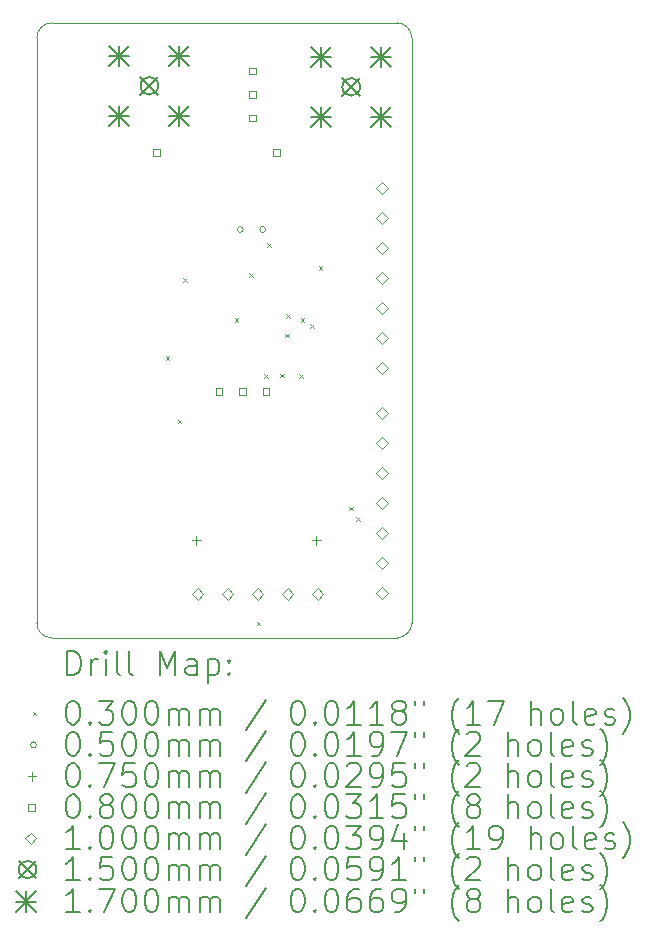
<source format=gbr>
%TF.GenerationSoftware,KiCad,Pcbnew,8.0.4*%
%TF.CreationDate,2025-05-02T23:49:36+05:30*%
%TF.ProjectId,Si4732Board,53693437-3332-4426-9f61-72642e6b6963,rev?*%
%TF.SameCoordinates,Original*%
%TF.FileFunction,Drillmap*%
%TF.FilePolarity,Positive*%
%FSLAX45Y45*%
G04 Gerber Fmt 4.5, Leading zero omitted, Abs format (unit mm)*
G04 Created by KiCad (PCBNEW 8.0.4) date 2025-05-02 23:49:36*
%MOMM*%
%LPD*%
G01*
G04 APERTURE LIST*
%ADD10C,0.050000*%
%ADD11C,0.200000*%
%ADD12C,0.100000*%
%ADD13C,0.150000*%
%ADD14C,0.170000*%
G04 APERTURE END LIST*
D10*
X15460500Y-7158500D02*
X15460500Y-12111500D01*
X12285500Y-7158500D02*
G75*
G02*
X12412500Y-7031500I127000J0D01*
G01*
X12412500Y-12238500D02*
X15333500Y-12238500D01*
X15333500Y-7031500D02*
X12412500Y-7031500D01*
X12412500Y-12238500D02*
G75*
G02*
X12285500Y-12111500I0J127000D01*
G01*
X15333500Y-7031500D02*
G75*
G02*
X15460500Y-7158500I0J-127000D01*
G01*
X15460500Y-12111500D02*
G75*
G02*
X15333500Y-12238500I-127000J0D01*
G01*
X12285500Y-7158500D02*
X12285500Y-12111500D01*
D11*
D12*
X13375980Y-9855740D02*
X13405980Y-9885740D01*
X13405980Y-9855740D02*
X13375980Y-9885740D01*
X13477700Y-10390930D02*
X13507700Y-10420930D01*
X13507700Y-10390930D02*
X13477700Y-10420930D01*
X13524460Y-9195730D02*
X13554460Y-9225730D01*
X13554460Y-9195730D02*
X13524460Y-9225730D01*
X13962020Y-9530680D02*
X13992020Y-9560680D01*
X13992020Y-9530680D02*
X13962020Y-9560680D01*
X14085080Y-9152710D02*
X14115080Y-9182710D01*
X14115080Y-9152710D02*
X14085080Y-9182710D01*
X14148490Y-12100610D02*
X14178490Y-12130610D01*
X14178490Y-12100610D02*
X14148490Y-12130610D01*
X14209630Y-10008070D02*
X14239630Y-10038070D01*
X14239630Y-10008070D02*
X14209630Y-10038070D01*
X14237540Y-8899860D02*
X14267540Y-8929860D01*
X14267540Y-8899860D02*
X14237540Y-8929860D01*
X14345680Y-10003380D02*
X14375680Y-10033380D01*
X14375680Y-10003380D02*
X14345680Y-10033380D01*
X14386980Y-9664000D02*
X14416980Y-9694000D01*
X14416980Y-9664000D02*
X14386980Y-9694000D01*
X14397460Y-9497060D02*
X14427460Y-9527060D01*
X14427460Y-9497060D02*
X14397460Y-9527060D01*
X14507080Y-10006080D02*
X14537080Y-10036080D01*
X14537080Y-10006080D02*
X14507080Y-10036080D01*
X14520400Y-9534800D02*
X14550400Y-9564800D01*
X14550400Y-9534800D02*
X14520400Y-9564800D01*
X14602400Y-9582280D02*
X14632400Y-9612280D01*
X14632400Y-9582280D02*
X14602400Y-9612280D01*
X14671660Y-9092550D02*
X14701660Y-9122550D01*
X14701660Y-9092550D02*
X14671660Y-9122550D01*
X14930550Y-11129530D02*
X14960550Y-11159530D01*
X14960550Y-11129530D02*
X14930550Y-11159530D01*
X14990730Y-11217130D02*
X15020730Y-11247130D01*
X15020730Y-11217130D02*
X14990730Y-11247130D01*
X14032500Y-8781000D02*
G75*
G02*
X13982500Y-8781000I-25000J0D01*
G01*
X13982500Y-8781000D02*
G75*
G02*
X14032500Y-8781000I25000J0D01*
G01*
X14222500Y-8781000D02*
G75*
G02*
X14172500Y-8781000I-25000J0D01*
G01*
X14172500Y-8781000D02*
G75*
G02*
X14222500Y-8781000I25000J0D01*
G01*
X13636500Y-11373500D02*
X13636500Y-11448500D01*
X13599000Y-11411000D02*
X13674000Y-11411000D01*
X14652500Y-11373500D02*
X14652500Y-11448500D01*
X14615000Y-11411000D02*
X14690000Y-11411000D01*
X13329784Y-8156784D02*
X13329784Y-8100215D01*
X13273215Y-8100215D01*
X13273215Y-8156784D01*
X13329784Y-8156784D01*
X13855784Y-10181785D02*
X13855784Y-10125216D01*
X13799215Y-10125216D01*
X13799215Y-10181785D01*
X13855784Y-10181785D01*
X14055784Y-10181785D02*
X14055784Y-10125216D01*
X13999215Y-10125216D01*
X13999215Y-10181785D01*
X14055784Y-10181785D01*
X14140784Y-7466784D02*
X14140784Y-7410215D01*
X14084215Y-7410215D01*
X14084215Y-7466784D01*
X14140784Y-7466784D01*
X14140784Y-7666784D02*
X14140784Y-7610215D01*
X14084215Y-7610215D01*
X14084215Y-7666784D01*
X14140784Y-7666784D01*
X14140784Y-7866784D02*
X14140784Y-7810215D01*
X14084215Y-7810215D01*
X14084215Y-7866784D01*
X14140784Y-7866784D01*
X14255784Y-10181785D02*
X14255784Y-10125216D01*
X14199215Y-10125216D01*
X14199215Y-10181785D01*
X14255784Y-10181785D01*
X14345784Y-8156784D02*
X14345784Y-8100215D01*
X14289215Y-8100215D01*
X14289215Y-8156784D01*
X14345784Y-8156784D01*
X13646500Y-11918500D02*
X13696500Y-11868500D01*
X13646500Y-11818500D01*
X13596500Y-11868500D01*
X13646500Y-11918500D01*
X13900500Y-11918500D02*
X13950500Y-11868500D01*
X13900500Y-11818500D01*
X13850500Y-11868500D01*
X13900500Y-11918500D01*
X14154500Y-11918500D02*
X14204500Y-11868500D01*
X14154500Y-11818500D01*
X14104500Y-11868500D01*
X14154500Y-11918500D01*
X14408500Y-11918500D02*
X14458500Y-11868500D01*
X14408500Y-11818500D01*
X14358500Y-11868500D01*
X14408500Y-11918500D01*
X14662500Y-11918500D02*
X14712500Y-11868500D01*
X14662500Y-11818500D01*
X14612500Y-11868500D01*
X14662500Y-11918500D01*
X15206500Y-8478500D02*
X15256500Y-8428500D01*
X15206500Y-8378500D01*
X15156500Y-8428500D01*
X15206500Y-8478500D01*
X15206500Y-8732500D02*
X15256500Y-8682500D01*
X15206500Y-8632500D01*
X15156500Y-8682500D01*
X15206500Y-8732500D01*
X15206500Y-8986500D02*
X15256500Y-8936500D01*
X15206500Y-8886500D01*
X15156500Y-8936500D01*
X15206500Y-8986500D01*
X15206500Y-9240500D02*
X15256500Y-9190500D01*
X15206500Y-9140500D01*
X15156500Y-9190500D01*
X15206500Y-9240500D01*
X15206500Y-9494500D02*
X15256500Y-9444500D01*
X15206500Y-9394500D01*
X15156500Y-9444500D01*
X15206500Y-9494500D01*
X15206500Y-9748500D02*
X15256500Y-9698500D01*
X15206500Y-9648500D01*
X15156500Y-9698500D01*
X15206500Y-9748500D01*
X15206500Y-10002500D02*
X15256500Y-9952500D01*
X15206500Y-9902500D01*
X15156500Y-9952500D01*
X15206500Y-10002500D01*
X15206500Y-10383500D02*
X15256500Y-10333500D01*
X15206500Y-10283500D01*
X15156500Y-10333500D01*
X15206500Y-10383500D01*
X15206500Y-10637500D02*
X15256500Y-10587500D01*
X15206500Y-10537500D01*
X15156500Y-10587500D01*
X15206500Y-10637500D01*
X15206500Y-10891500D02*
X15256500Y-10841500D01*
X15206500Y-10791500D01*
X15156500Y-10841500D01*
X15206500Y-10891500D01*
X15206500Y-11145500D02*
X15256500Y-11095500D01*
X15206500Y-11045500D01*
X15156500Y-11095500D01*
X15206500Y-11145500D01*
X15206500Y-11399500D02*
X15256500Y-11349500D01*
X15206500Y-11299500D01*
X15156500Y-11349500D01*
X15206500Y-11399500D01*
X15206500Y-11653500D02*
X15256500Y-11603500D01*
X15206500Y-11553500D01*
X15156500Y-11603500D01*
X15206500Y-11653500D01*
X15206500Y-11907500D02*
X15256500Y-11857500D01*
X15206500Y-11807500D01*
X15156500Y-11857500D01*
X15206500Y-11907500D01*
D13*
X13163500Y-7489500D02*
X13313500Y-7639500D01*
X13313500Y-7489500D02*
X13163500Y-7639500D01*
X13313500Y-7564500D02*
G75*
G02*
X13163500Y-7564500I-75000J0D01*
G01*
X13163500Y-7564500D02*
G75*
G02*
X13313500Y-7564500I75000J0D01*
G01*
X14872500Y-7498500D02*
X15022500Y-7648500D01*
X15022500Y-7498500D02*
X14872500Y-7648500D01*
X15022500Y-7573500D02*
G75*
G02*
X14872500Y-7573500I-75000J0D01*
G01*
X14872500Y-7573500D02*
G75*
G02*
X15022500Y-7573500I75000J0D01*
G01*
D14*
X12899500Y-7225500D02*
X13069500Y-7395500D01*
X13069500Y-7225500D02*
X12899500Y-7395500D01*
X12984500Y-7225500D02*
X12984500Y-7395500D01*
X12899500Y-7310500D02*
X13069500Y-7310500D01*
X12899500Y-7733500D02*
X13069500Y-7903500D01*
X13069500Y-7733500D02*
X12899500Y-7903500D01*
X12984500Y-7733500D02*
X12984500Y-7903500D01*
X12899500Y-7818500D02*
X13069500Y-7818500D01*
X13407500Y-7225500D02*
X13577500Y-7395500D01*
X13577500Y-7225500D02*
X13407500Y-7395500D01*
X13492500Y-7225500D02*
X13492500Y-7395500D01*
X13407500Y-7310500D02*
X13577500Y-7310500D01*
X13407500Y-7733500D02*
X13577500Y-7903500D01*
X13577500Y-7733500D02*
X13407500Y-7903500D01*
X13492500Y-7733500D02*
X13492500Y-7903500D01*
X13407500Y-7818500D02*
X13577500Y-7818500D01*
X14608500Y-7234500D02*
X14778500Y-7404500D01*
X14778500Y-7234500D02*
X14608500Y-7404500D01*
X14693500Y-7234500D02*
X14693500Y-7404500D01*
X14608500Y-7319500D02*
X14778500Y-7319500D01*
X14608500Y-7742500D02*
X14778500Y-7912500D01*
X14778500Y-7742500D02*
X14608500Y-7912500D01*
X14693500Y-7742500D02*
X14693500Y-7912500D01*
X14608500Y-7827500D02*
X14778500Y-7827500D01*
X15116500Y-7234500D02*
X15286500Y-7404500D01*
X15286500Y-7234500D02*
X15116500Y-7404500D01*
X15201500Y-7234500D02*
X15201500Y-7404500D01*
X15116500Y-7319500D02*
X15286500Y-7319500D01*
X15116500Y-7742500D02*
X15286500Y-7912500D01*
X15286500Y-7742500D02*
X15116500Y-7912500D01*
X15201500Y-7742500D02*
X15201500Y-7912500D01*
X15116500Y-7827500D02*
X15286500Y-7827500D01*
D11*
X12543777Y-12552484D02*
X12543777Y-12352484D01*
X12543777Y-12352484D02*
X12591396Y-12352484D01*
X12591396Y-12352484D02*
X12619967Y-12362008D01*
X12619967Y-12362008D02*
X12639015Y-12381055D01*
X12639015Y-12381055D02*
X12648539Y-12400103D01*
X12648539Y-12400103D02*
X12658062Y-12438198D01*
X12658062Y-12438198D02*
X12658062Y-12466769D01*
X12658062Y-12466769D02*
X12648539Y-12504865D01*
X12648539Y-12504865D02*
X12639015Y-12523912D01*
X12639015Y-12523912D02*
X12619967Y-12542960D01*
X12619967Y-12542960D02*
X12591396Y-12552484D01*
X12591396Y-12552484D02*
X12543777Y-12552484D01*
X12743777Y-12552484D02*
X12743777Y-12419150D01*
X12743777Y-12457246D02*
X12753301Y-12438198D01*
X12753301Y-12438198D02*
X12762824Y-12428674D01*
X12762824Y-12428674D02*
X12781872Y-12419150D01*
X12781872Y-12419150D02*
X12800920Y-12419150D01*
X12867586Y-12552484D02*
X12867586Y-12419150D01*
X12867586Y-12352484D02*
X12858062Y-12362008D01*
X12858062Y-12362008D02*
X12867586Y-12371531D01*
X12867586Y-12371531D02*
X12877110Y-12362008D01*
X12877110Y-12362008D02*
X12867586Y-12352484D01*
X12867586Y-12352484D02*
X12867586Y-12371531D01*
X12991396Y-12552484D02*
X12972348Y-12542960D01*
X12972348Y-12542960D02*
X12962824Y-12523912D01*
X12962824Y-12523912D02*
X12962824Y-12352484D01*
X13096158Y-12552484D02*
X13077110Y-12542960D01*
X13077110Y-12542960D02*
X13067586Y-12523912D01*
X13067586Y-12523912D02*
X13067586Y-12352484D01*
X13324729Y-12552484D02*
X13324729Y-12352484D01*
X13324729Y-12352484D02*
X13391396Y-12495341D01*
X13391396Y-12495341D02*
X13458062Y-12352484D01*
X13458062Y-12352484D02*
X13458062Y-12552484D01*
X13639015Y-12552484D02*
X13639015Y-12447722D01*
X13639015Y-12447722D02*
X13629491Y-12428674D01*
X13629491Y-12428674D02*
X13610443Y-12419150D01*
X13610443Y-12419150D02*
X13572348Y-12419150D01*
X13572348Y-12419150D02*
X13553301Y-12428674D01*
X13639015Y-12542960D02*
X13619967Y-12552484D01*
X13619967Y-12552484D02*
X13572348Y-12552484D01*
X13572348Y-12552484D02*
X13553301Y-12542960D01*
X13553301Y-12542960D02*
X13543777Y-12523912D01*
X13543777Y-12523912D02*
X13543777Y-12504865D01*
X13543777Y-12504865D02*
X13553301Y-12485817D01*
X13553301Y-12485817D02*
X13572348Y-12476293D01*
X13572348Y-12476293D02*
X13619967Y-12476293D01*
X13619967Y-12476293D02*
X13639015Y-12466769D01*
X13734253Y-12419150D02*
X13734253Y-12619150D01*
X13734253Y-12428674D02*
X13753301Y-12419150D01*
X13753301Y-12419150D02*
X13791396Y-12419150D01*
X13791396Y-12419150D02*
X13810443Y-12428674D01*
X13810443Y-12428674D02*
X13819967Y-12438198D01*
X13819967Y-12438198D02*
X13829491Y-12457246D01*
X13829491Y-12457246D02*
X13829491Y-12514388D01*
X13829491Y-12514388D02*
X13819967Y-12533436D01*
X13819967Y-12533436D02*
X13810443Y-12542960D01*
X13810443Y-12542960D02*
X13791396Y-12552484D01*
X13791396Y-12552484D02*
X13753301Y-12552484D01*
X13753301Y-12552484D02*
X13734253Y-12542960D01*
X13915205Y-12533436D02*
X13924729Y-12542960D01*
X13924729Y-12542960D02*
X13915205Y-12552484D01*
X13915205Y-12552484D02*
X13905682Y-12542960D01*
X13905682Y-12542960D02*
X13915205Y-12533436D01*
X13915205Y-12533436D02*
X13915205Y-12552484D01*
X13915205Y-12428674D02*
X13924729Y-12438198D01*
X13924729Y-12438198D02*
X13915205Y-12447722D01*
X13915205Y-12447722D02*
X13905682Y-12438198D01*
X13905682Y-12438198D02*
X13915205Y-12428674D01*
X13915205Y-12428674D02*
X13915205Y-12447722D01*
D12*
X12253000Y-12866000D02*
X12283000Y-12896000D01*
X12283000Y-12866000D02*
X12253000Y-12896000D01*
D11*
X12581872Y-12772484D02*
X12600920Y-12772484D01*
X12600920Y-12772484D02*
X12619967Y-12782008D01*
X12619967Y-12782008D02*
X12629491Y-12791531D01*
X12629491Y-12791531D02*
X12639015Y-12810579D01*
X12639015Y-12810579D02*
X12648539Y-12848674D01*
X12648539Y-12848674D02*
X12648539Y-12896293D01*
X12648539Y-12896293D02*
X12639015Y-12934388D01*
X12639015Y-12934388D02*
X12629491Y-12953436D01*
X12629491Y-12953436D02*
X12619967Y-12962960D01*
X12619967Y-12962960D02*
X12600920Y-12972484D01*
X12600920Y-12972484D02*
X12581872Y-12972484D01*
X12581872Y-12972484D02*
X12562824Y-12962960D01*
X12562824Y-12962960D02*
X12553301Y-12953436D01*
X12553301Y-12953436D02*
X12543777Y-12934388D01*
X12543777Y-12934388D02*
X12534253Y-12896293D01*
X12534253Y-12896293D02*
X12534253Y-12848674D01*
X12534253Y-12848674D02*
X12543777Y-12810579D01*
X12543777Y-12810579D02*
X12553301Y-12791531D01*
X12553301Y-12791531D02*
X12562824Y-12782008D01*
X12562824Y-12782008D02*
X12581872Y-12772484D01*
X12734253Y-12953436D02*
X12743777Y-12962960D01*
X12743777Y-12962960D02*
X12734253Y-12972484D01*
X12734253Y-12972484D02*
X12724729Y-12962960D01*
X12724729Y-12962960D02*
X12734253Y-12953436D01*
X12734253Y-12953436D02*
X12734253Y-12972484D01*
X12810443Y-12772484D02*
X12934253Y-12772484D01*
X12934253Y-12772484D02*
X12867586Y-12848674D01*
X12867586Y-12848674D02*
X12896158Y-12848674D01*
X12896158Y-12848674D02*
X12915205Y-12858198D01*
X12915205Y-12858198D02*
X12924729Y-12867722D01*
X12924729Y-12867722D02*
X12934253Y-12886769D01*
X12934253Y-12886769D02*
X12934253Y-12934388D01*
X12934253Y-12934388D02*
X12924729Y-12953436D01*
X12924729Y-12953436D02*
X12915205Y-12962960D01*
X12915205Y-12962960D02*
X12896158Y-12972484D01*
X12896158Y-12972484D02*
X12839015Y-12972484D01*
X12839015Y-12972484D02*
X12819967Y-12962960D01*
X12819967Y-12962960D02*
X12810443Y-12953436D01*
X13058062Y-12772484D02*
X13077110Y-12772484D01*
X13077110Y-12772484D02*
X13096158Y-12782008D01*
X13096158Y-12782008D02*
X13105682Y-12791531D01*
X13105682Y-12791531D02*
X13115205Y-12810579D01*
X13115205Y-12810579D02*
X13124729Y-12848674D01*
X13124729Y-12848674D02*
X13124729Y-12896293D01*
X13124729Y-12896293D02*
X13115205Y-12934388D01*
X13115205Y-12934388D02*
X13105682Y-12953436D01*
X13105682Y-12953436D02*
X13096158Y-12962960D01*
X13096158Y-12962960D02*
X13077110Y-12972484D01*
X13077110Y-12972484D02*
X13058062Y-12972484D01*
X13058062Y-12972484D02*
X13039015Y-12962960D01*
X13039015Y-12962960D02*
X13029491Y-12953436D01*
X13029491Y-12953436D02*
X13019967Y-12934388D01*
X13019967Y-12934388D02*
X13010443Y-12896293D01*
X13010443Y-12896293D02*
X13010443Y-12848674D01*
X13010443Y-12848674D02*
X13019967Y-12810579D01*
X13019967Y-12810579D02*
X13029491Y-12791531D01*
X13029491Y-12791531D02*
X13039015Y-12782008D01*
X13039015Y-12782008D02*
X13058062Y-12772484D01*
X13248539Y-12772484D02*
X13267586Y-12772484D01*
X13267586Y-12772484D02*
X13286634Y-12782008D01*
X13286634Y-12782008D02*
X13296158Y-12791531D01*
X13296158Y-12791531D02*
X13305682Y-12810579D01*
X13305682Y-12810579D02*
X13315205Y-12848674D01*
X13315205Y-12848674D02*
X13315205Y-12896293D01*
X13315205Y-12896293D02*
X13305682Y-12934388D01*
X13305682Y-12934388D02*
X13296158Y-12953436D01*
X13296158Y-12953436D02*
X13286634Y-12962960D01*
X13286634Y-12962960D02*
X13267586Y-12972484D01*
X13267586Y-12972484D02*
X13248539Y-12972484D01*
X13248539Y-12972484D02*
X13229491Y-12962960D01*
X13229491Y-12962960D02*
X13219967Y-12953436D01*
X13219967Y-12953436D02*
X13210443Y-12934388D01*
X13210443Y-12934388D02*
X13200920Y-12896293D01*
X13200920Y-12896293D02*
X13200920Y-12848674D01*
X13200920Y-12848674D02*
X13210443Y-12810579D01*
X13210443Y-12810579D02*
X13219967Y-12791531D01*
X13219967Y-12791531D02*
X13229491Y-12782008D01*
X13229491Y-12782008D02*
X13248539Y-12772484D01*
X13400920Y-12972484D02*
X13400920Y-12839150D01*
X13400920Y-12858198D02*
X13410443Y-12848674D01*
X13410443Y-12848674D02*
X13429491Y-12839150D01*
X13429491Y-12839150D02*
X13458063Y-12839150D01*
X13458063Y-12839150D02*
X13477110Y-12848674D01*
X13477110Y-12848674D02*
X13486634Y-12867722D01*
X13486634Y-12867722D02*
X13486634Y-12972484D01*
X13486634Y-12867722D02*
X13496158Y-12848674D01*
X13496158Y-12848674D02*
X13515205Y-12839150D01*
X13515205Y-12839150D02*
X13543777Y-12839150D01*
X13543777Y-12839150D02*
X13562824Y-12848674D01*
X13562824Y-12848674D02*
X13572348Y-12867722D01*
X13572348Y-12867722D02*
X13572348Y-12972484D01*
X13667586Y-12972484D02*
X13667586Y-12839150D01*
X13667586Y-12858198D02*
X13677110Y-12848674D01*
X13677110Y-12848674D02*
X13696158Y-12839150D01*
X13696158Y-12839150D02*
X13724729Y-12839150D01*
X13724729Y-12839150D02*
X13743777Y-12848674D01*
X13743777Y-12848674D02*
X13753301Y-12867722D01*
X13753301Y-12867722D02*
X13753301Y-12972484D01*
X13753301Y-12867722D02*
X13762824Y-12848674D01*
X13762824Y-12848674D02*
X13781872Y-12839150D01*
X13781872Y-12839150D02*
X13810443Y-12839150D01*
X13810443Y-12839150D02*
X13829491Y-12848674D01*
X13829491Y-12848674D02*
X13839015Y-12867722D01*
X13839015Y-12867722D02*
X13839015Y-12972484D01*
X14229491Y-12762960D02*
X14058063Y-13020103D01*
X14486634Y-12772484D02*
X14505682Y-12772484D01*
X14505682Y-12772484D02*
X14524729Y-12782008D01*
X14524729Y-12782008D02*
X14534253Y-12791531D01*
X14534253Y-12791531D02*
X14543777Y-12810579D01*
X14543777Y-12810579D02*
X14553301Y-12848674D01*
X14553301Y-12848674D02*
X14553301Y-12896293D01*
X14553301Y-12896293D02*
X14543777Y-12934388D01*
X14543777Y-12934388D02*
X14534253Y-12953436D01*
X14534253Y-12953436D02*
X14524729Y-12962960D01*
X14524729Y-12962960D02*
X14505682Y-12972484D01*
X14505682Y-12972484D02*
X14486634Y-12972484D01*
X14486634Y-12972484D02*
X14467586Y-12962960D01*
X14467586Y-12962960D02*
X14458063Y-12953436D01*
X14458063Y-12953436D02*
X14448539Y-12934388D01*
X14448539Y-12934388D02*
X14439015Y-12896293D01*
X14439015Y-12896293D02*
X14439015Y-12848674D01*
X14439015Y-12848674D02*
X14448539Y-12810579D01*
X14448539Y-12810579D02*
X14458063Y-12791531D01*
X14458063Y-12791531D02*
X14467586Y-12782008D01*
X14467586Y-12782008D02*
X14486634Y-12772484D01*
X14639015Y-12953436D02*
X14648539Y-12962960D01*
X14648539Y-12962960D02*
X14639015Y-12972484D01*
X14639015Y-12972484D02*
X14629491Y-12962960D01*
X14629491Y-12962960D02*
X14639015Y-12953436D01*
X14639015Y-12953436D02*
X14639015Y-12972484D01*
X14772348Y-12772484D02*
X14791396Y-12772484D01*
X14791396Y-12772484D02*
X14810444Y-12782008D01*
X14810444Y-12782008D02*
X14819967Y-12791531D01*
X14819967Y-12791531D02*
X14829491Y-12810579D01*
X14829491Y-12810579D02*
X14839015Y-12848674D01*
X14839015Y-12848674D02*
X14839015Y-12896293D01*
X14839015Y-12896293D02*
X14829491Y-12934388D01*
X14829491Y-12934388D02*
X14819967Y-12953436D01*
X14819967Y-12953436D02*
X14810444Y-12962960D01*
X14810444Y-12962960D02*
X14791396Y-12972484D01*
X14791396Y-12972484D02*
X14772348Y-12972484D01*
X14772348Y-12972484D02*
X14753301Y-12962960D01*
X14753301Y-12962960D02*
X14743777Y-12953436D01*
X14743777Y-12953436D02*
X14734253Y-12934388D01*
X14734253Y-12934388D02*
X14724729Y-12896293D01*
X14724729Y-12896293D02*
X14724729Y-12848674D01*
X14724729Y-12848674D02*
X14734253Y-12810579D01*
X14734253Y-12810579D02*
X14743777Y-12791531D01*
X14743777Y-12791531D02*
X14753301Y-12782008D01*
X14753301Y-12782008D02*
X14772348Y-12772484D01*
X15029491Y-12972484D02*
X14915206Y-12972484D01*
X14972348Y-12972484D02*
X14972348Y-12772484D01*
X14972348Y-12772484D02*
X14953301Y-12801055D01*
X14953301Y-12801055D02*
X14934253Y-12820103D01*
X14934253Y-12820103D02*
X14915206Y-12829627D01*
X15219967Y-12972484D02*
X15105682Y-12972484D01*
X15162825Y-12972484D02*
X15162825Y-12772484D01*
X15162825Y-12772484D02*
X15143777Y-12801055D01*
X15143777Y-12801055D02*
X15124729Y-12820103D01*
X15124729Y-12820103D02*
X15105682Y-12829627D01*
X15334253Y-12858198D02*
X15315206Y-12848674D01*
X15315206Y-12848674D02*
X15305682Y-12839150D01*
X15305682Y-12839150D02*
X15296158Y-12820103D01*
X15296158Y-12820103D02*
X15296158Y-12810579D01*
X15296158Y-12810579D02*
X15305682Y-12791531D01*
X15305682Y-12791531D02*
X15315206Y-12782008D01*
X15315206Y-12782008D02*
X15334253Y-12772484D01*
X15334253Y-12772484D02*
X15372348Y-12772484D01*
X15372348Y-12772484D02*
X15391396Y-12782008D01*
X15391396Y-12782008D02*
X15400920Y-12791531D01*
X15400920Y-12791531D02*
X15410444Y-12810579D01*
X15410444Y-12810579D02*
X15410444Y-12820103D01*
X15410444Y-12820103D02*
X15400920Y-12839150D01*
X15400920Y-12839150D02*
X15391396Y-12848674D01*
X15391396Y-12848674D02*
X15372348Y-12858198D01*
X15372348Y-12858198D02*
X15334253Y-12858198D01*
X15334253Y-12858198D02*
X15315206Y-12867722D01*
X15315206Y-12867722D02*
X15305682Y-12877246D01*
X15305682Y-12877246D02*
X15296158Y-12896293D01*
X15296158Y-12896293D02*
X15296158Y-12934388D01*
X15296158Y-12934388D02*
X15305682Y-12953436D01*
X15305682Y-12953436D02*
X15315206Y-12962960D01*
X15315206Y-12962960D02*
X15334253Y-12972484D01*
X15334253Y-12972484D02*
X15372348Y-12972484D01*
X15372348Y-12972484D02*
X15391396Y-12962960D01*
X15391396Y-12962960D02*
X15400920Y-12953436D01*
X15400920Y-12953436D02*
X15410444Y-12934388D01*
X15410444Y-12934388D02*
X15410444Y-12896293D01*
X15410444Y-12896293D02*
X15400920Y-12877246D01*
X15400920Y-12877246D02*
X15391396Y-12867722D01*
X15391396Y-12867722D02*
X15372348Y-12858198D01*
X15486634Y-12772484D02*
X15486634Y-12810579D01*
X15562825Y-12772484D02*
X15562825Y-12810579D01*
X15858063Y-13048674D02*
X15848539Y-13039150D01*
X15848539Y-13039150D02*
X15829491Y-13010579D01*
X15829491Y-13010579D02*
X15819968Y-12991531D01*
X15819968Y-12991531D02*
X15810444Y-12962960D01*
X15810444Y-12962960D02*
X15800920Y-12915341D01*
X15800920Y-12915341D02*
X15800920Y-12877246D01*
X15800920Y-12877246D02*
X15810444Y-12829627D01*
X15810444Y-12829627D02*
X15819968Y-12801055D01*
X15819968Y-12801055D02*
X15829491Y-12782008D01*
X15829491Y-12782008D02*
X15848539Y-12753436D01*
X15848539Y-12753436D02*
X15858063Y-12743912D01*
X16039015Y-12972484D02*
X15924729Y-12972484D01*
X15981872Y-12972484D02*
X15981872Y-12772484D01*
X15981872Y-12772484D02*
X15962825Y-12801055D01*
X15962825Y-12801055D02*
X15943777Y-12820103D01*
X15943777Y-12820103D02*
X15924729Y-12829627D01*
X16105682Y-12772484D02*
X16239015Y-12772484D01*
X16239015Y-12772484D02*
X16153301Y-12972484D01*
X16467587Y-12972484D02*
X16467587Y-12772484D01*
X16553301Y-12972484D02*
X16553301Y-12867722D01*
X16553301Y-12867722D02*
X16543777Y-12848674D01*
X16543777Y-12848674D02*
X16524730Y-12839150D01*
X16524730Y-12839150D02*
X16496158Y-12839150D01*
X16496158Y-12839150D02*
X16477110Y-12848674D01*
X16477110Y-12848674D02*
X16467587Y-12858198D01*
X16677110Y-12972484D02*
X16658063Y-12962960D01*
X16658063Y-12962960D02*
X16648539Y-12953436D01*
X16648539Y-12953436D02*
X16639015Y-12934388D01*
X16639015Y-12934388D02*
X16639015Y-12877246D01*
X16639015Y-12877246D02*
X16648539Y-12858198D01*
X16648539Y-12858198D02*
X16658063Y-12848674D01*
X16658063Y-12848674D02*
X16677110Y-12839150D01*
X16677110Y-12839150D02*
X16705682Y-12839150D01*
X16705682Y-12839150D02*
X16724730Y-12848674D01*
X16724730Y-12848674D02*
X16734253Y-12858198D01*
X16734253Y-12858198D02*
X16743777Y-12877246D01*
X16743777Y-12877246D02*
X16743777Y-12934388D01*
X16743777Y-12934388D02*
X16734253Y-12953436D01*
X16734253Y-12953436D02*
X16724730Y-12962960D01*
X16724730Y-12962960D02*
X16705682Y-12972484D01*
X16705682Y-12972484D02*
X16677110Y-12972484D01*
X16858063Y-12972484D02*
X16839015Y-12962960D01*
X16839015Y-12962960D02*
X16829492Y-12943912D01*
X16829492Y-12943912D02*
X16829492Y-12772484D01*
X17010444Y-12962960D02*
X16991396Y-12972484D01*
X16991396Y-12972484D02*
X16953301Y-12972484D01*
X16953301Y-12972484D02*
X16934253Y-12962960D01*
X16934253Y-12962960D02*
X16924730Y-12943912D01*
X16924730Y-12943912D02*
X16924730Y-12867722D01*
X16924730Y-12867722D02*
X16934253Y-12848674D01*
X16934253Y-12848674D02*
X16953301Y-12839150D01*
X16953301Y-12839150D02*
X16991396Y-12839150D01*
X16991396Y-12839150D02*
X17010444Y-12848674D01*
X17010444Y-12848674D02*
X17019968Y-12867722D01*
X17019968Y-12867722D02*
X17019968Y-12886769D01*
X17019968Y-12886769D02*
X16924730Y-12905817D01*
X17096158Y-12962960D02*
X17115206Y-12972484D01*
X17115206Y-12972484D02*
X17153301Y-12972484D01*
X17153301Y-12972484D02*
X17172349Y-12962960D01*
X17172349Y-12962960D02*
X17181873Y-12943912D01*
X17181873Y-12943912D02*
X17181873Y-12934388D01*
X17181873Y-12934388D02*
X17172349Y-12915341D01*
X17172349Y-12915341D02*
X17153301Y-12905817D01*
X17153301Y-12905817D02*
X17124730Y-12905817D01*
X17124730Y-12905817D02*
X17105682Y-12896293D01*
X17105682Y-12896293D02*
X17096158Y-12877246D01*
X17096158Y-12877246D02*
X17096158Y-12867722D01*
X17096158Y-12867722D02*
X17105682Y-12848674D01*
X17105682Y-12848674D02*
X17124730Y-12839150D01*
X17124730Y-12839150D02*
X17153301Y-12839150D01*
X17153301Y-12839150D02*
X17172349Y-12848674D01*
X17248539Y-13048674D02*
X17258063Y-13039150D01*
X17258063Y-13039150D02*
X17277111Y-13010579D01*
X17277111Y-13010579D02*
X17286634Y-12991531D01*
X17286634Y-12991531D02*
X17296158Y-12962960D01*
X17296158Y-12962960D02*
X17305682Y-12915341D01*
X17305682Y-12915341D02*
X17305682Y-12877246D01*
X17305682Y-12877246D02*
X17296158Y-12829627D01*
X17296158Y-12829627D02*
X17286634Y-12801055D01*
X17286634Y-12801055D02*
X17277111Y-12782008D01*
X17277111Y-12782008D02*
X17258063Y-12753436D01*
X17258063Y-12753436D02*
X17248539Y-12743912D01*
D12*
X12283000Y-13145000D02*
G75*
G02*
X12233000Y-13145000I-25000J0D01*
G01*
X12233000Y-13145000D02*
G75*
G02*
X12283000Y-13145000I25000J0D01*
G01*
D11*
X12581872Y-13036484D02*
X12600920Y-13036484D01*
X12600920Y-13036484D02*
X12619967Y-13046008D01*
X12619967Y-13046008D02*
X12629491Y-13055531D01*
X12629491Y-13055531D02*
X12639015Y-13074579D01*
X12639015Y-13074579D02*
X12648539Y-13112674D01*
X12648539Y-13112674D02*
X12648539Y-13160293D01*
X12648539Y-13160293D02*
X12639015Y-13198388D01*
X12639015Y-13198388D02*
X12629491Y-13217436D01*
X12629491Y-13217436D02*
X12619967Y-13226960D01*
X12619967Y-13226960D02*
X12600920Y-13236484D01*
X12600920Y-13236484D02*
X12581872Y-13236484D01*
X12581872Y-13236484D02*
X12562824Y-13226960D01*
X12562824Y-13226960D02*
X12553301Y-13217436D01*
X12553301Y-13217436D02*
X12543777Y-13198388D01*
X12543777Y-13198388D02*
X12534253Y-13160293D01*
X12534253Y-13160293D02*
X12534253Y-13112674D01*
X12534253Y-13112674D02*
X12543777Y-13074579D01*
X12543777Y-13074579D02*
X12553301Y-13055531D01*
X12553301Y-13055531D02*
X12562824Y-13046008D01*
X12562824Y-13046008D02*
X12581872Y-13036484D01*
X12734253Y-13217436D02*
X12743777Y-13226960D01*
X12743777Y-13226960D02*
X12734253Y-13236484D01*
X12734253Y-13236484D02*
X12724729Y-13226960D01*
X12724729Y-13226960D02*
X12734253Y-13217436D01*
X12734253Y-13217436D02*
X12734253Y-13236484D01*
X12924729Y-13036484D02*
X12829491Y-13036484D01*
X12829491Y-13036484D02*
X12819967Y-13131722D01*
X12819967Y-13131722D02*
X12829491Y-13122198D01*
X12829491Y-13122198D02*
X12848539Y-13112674D01*
X12848539Y-13112674D02*
X12896158Y-13112674D01*
X12896158Y-13112674D02*
X12915205Y-13122198D01*
X12915205Y-13122198D02*
X12924729Y-13131722D01*
X12924729Y-13131722D02*
X12934253Y-13150769D01*
X12934253Y-13150769D02*
X12934253Y-13198388D01*
X12934253Y-13198388D02*
X12924729Y-13217436D01*
X12924729Y-13217436D02*
X12915205Y-13226960D01*
X12915205Y-13226960D02*
X12896158Y-13236484D01*
X12896158Y-13236484D02*
X12848539Y-13236484D01*
X12848539Y-13236484D02*
X12829491Y-13226960D01*
X12829491Y-13226960D02*
X12819967Y-13217436D01*
X13058062Y-13036484D02*
X13077110Y-13036484D01*
X13077110Y-13036484D02*
X13096158Y-13046008D01*
X13096158Y-13046008D02*
X13105682Y-13055531D01*
X13105682Y-13055531D02*
X13115205Y-13074579D01*
X13115205Y-13074579D02*
X13124729Y-13112674D01*
X13124729Y-13112674D02*
X13124729Y-13160293D01*
X13124729Y-13160293D02*
X13115205Y-13198388D01*
X13115205Y-13198388D02*
X13105682Y-13217436D01*
X13105682Y-13217436D02*
X13096158Y-13226960D01*
X13096158Y-13226960D02*
X13077110Y-13236484D01*
X13077110Y-13236484D02*
X13058062Y-13236484D01*
X13058062Y-13236484D02*
X13039015Y-13226960D01*
X13039015Y-13226960D02*
X13029491Y-13217436D01*
X13029491Y-13217436D02*
X13019967Y-13198388D01*
X13019967Y-13198388D02*
X13010443Y-13160293D01*
X13010443Y-13160293D02*
X13010443Y-13112674D01*
X13010443Y-13112674D02*
X13019967Y-13074579D01*
X13019967Y-13074579D02*
X13029491Y-13055531D01*
X13029491Y-13055531D02*
X13039015Y-13046008D01*
X13039015Y-13046008D02*
X13058062Y-13036484D01*
X13248539Y-13036484D02*
X13267586Y-13036484D01*
X13267586Y-13036484D02*
X13286634Y-13046008D01*
X13286634Y-13046008D02*
X13296158Y-13055531D01*
X13296158Y-13055531D02*
X13305682Y-13074579D01*
X13305682Y-13074579D02*
X13315205Y-13112674D01*
X13315205Y-13112674D02*
X13315205Y-13160293D01*
X13315205Y-13160293D02*
X13305682Y-13198388D01*
X13305682Y-13198388D02*
X13296158Y-13217436D01*
X13296158Y-13217436D02*
X13286634Y-13226960D01*
X13286634Y-13226960D02*
X13267586Y-13236484D01*
X13267586Y-13236484D02*
X13248539Y-13236484D01*
X13248539Y-13236484D02*
X13229491Y-13226960D01*
X13229491Y-13226960D02*
X13219967Y-13217436D01*
X13219967Y-13217436D02*
X13210443Y-13198388D01*
X13210443Y-13198388D02*
X13200920Y-13160293D01*
X13200920Y-13160293D02*
X13200920Y-13112674D01*
X13200920Y-13112674D02*
X13210443Y-13074579D01*
X13210443Y-13074579D02*
X13219967Y-13055531D01*
X13219967Y-13055531D02*
X13229491Y-13046008D01*
X13229491Y-13046008D02*
X13248539Y-13036484D01*
X13400920Y-13236484D02*
X13400920Y-13103150D01*
X13400920Y-13122198D02*
X13410443Y-13112674D01*
X13410443Y-13112674D02*
X13429491Y-13103150D01*
X13429491Y-13103150D02*
X13458063Y-13103150D01*
X13458063Y-13103150D02*
X13477110Y-13112674D01*
X13477110Y-13112674D02*
X13486634Y-13131722D01*
X13486634Y-13131722D02*
X13486634Y-13236484D01*
X13486634Y-13131722D02*
X13496158Y-13112674D01*
X13496158Y-13112674D02*
X13515205Y-13103150D01*
X13515205Y-13103150D02*
X13543777Y-13103150D01*
X13543777Y-13103150D02*
X13562824Y-13112674D01*
X13562824Y-13112674D02*
X13572348Y-13131722D01*
X13572348Y-13131722D02*
X13572348Y-13236484D01*
X13667586Y-13236484D02*
X13667586Y-13103150D01*
X13667586Y-13122198D02*
X13677110Y-13112674D01*
X13677110Y-13112674D02*
X13696158Y-13103150D01*
X13696158Y-13103150D02*
X13724729Y-13103150D01*
X13724729Y-13103150D02*
X13743777Y-13112674D01*
X13743777Y-13112674D02*
X13753301Y-13131722D01*
X13753301Y-13131722D02*
X13753301Y-13236484D01*
X13753301Y-13131722D02*
X13762824Y-13112674D01*
X13762824Y-13112674D02*
X13781872Y-13103150D01*
X13781872Y-13103150D02*
X13810443Y-13103150D01*
X13810443Y-13103150D02*
X13829491Y-13112674D01*
X13829491Y-13112674D02*
X13839015Y-13131722D01*
X13839015Y-13131722D02*
X13839015Y-13236484D01*
X14229491Y-13026960D02*
X14058063Y-13284103D01*
X14486634Y-13036484D02*
X14505682Y-13036484D01*
X14505682Y-13036484D02*
X14524729Y-13046008D01*
X14524729Y-13046008D02*
X14534253Y-13055531D01*
X14534253Y-13055531D02*
X14543777Y-13074579D01*
X14543777Y-13074579D02*
X14553301Y-13112674D01*
X14553301Y-13112674D02*
X14553301Y-13160293D01*
X14553301Y-13160293D02*
X14543777Y-13198388D01*
X14543777Y-13198388D02*
X14534253Y-13217436D01*
X14534253Y-13217436D02*
X14524729Y-13226960D01*
X14524729Y-13226960D02*
X14505682Y-13236484D01*
X14505682Y-13236484D02*
X14486634Y-13236484D01*
X14486634Y-13236484D02*
X14467586Y-13226960D01*
X14467586Y-13226960D02*
X14458063Y-13217436D01*
X14458063Y-13217436D02*
X14448539Y-13198388D01*
X14448539Y-13198388D02*
X14439015Y-13160293D01*
X14439015Y-13160293D02*
X14439015Y-13112674D01*
X14439015Y-13112674D02*
X14448539Y-13074579D01*
X14448539Y-13074579D02*
X14458063Y-13055531D01*
X14458063Y-13055531D02*
X14467586Y-13046008D01*
X14467586Y-13046008D02*
X14486634Y-13036484D01*
X14639015Y-13217436D02*
X14648539Y-13226960D01*
X14648539Y-13226960D02*
X14639015Y-13236484D01*
X14639015Y-13236484D02*
X14629491Y-13226960D01*
X14629491Y-13226960D02*
X14639015Y-13217436D01*
X14639015Y-13217436D02*
X14639015Y-13236484D01*
X14772348Y-13036484D02*
X14791396Y-13036484D01*
X14791396Y-13036484D02*
X14810444Y-13046008D01*
X14810444Y-13046008D02*
X14819967Y-13055531D01*
X14819967Y-13055531D02*
X14829491Y-13074579D01*
X14829491Y-13074579D02*
X14839015Y-13112674D01*
X14839015Y-13112674D02*
X14839015Y-13160293D01*
X14839015Y-13160293D02*
X14829491Y-13198388D01*
X14829491Y-13198388D02*
X14819967Y-13217436D01*
X14819967Y-13217436D02*
X14810444Y-13226960D01*
X14810444Y-13226960D02*
X14791396Y-13236484D01*
X14791396Y-13236484D02*
X14772348Y-13236484D01*
X14772348Y-13236484D02*
X14753301Y-13226960D01*
X14753301Y-13226960D02*
X14743777Y-13217436D01*
X14743777Y-13217436D02*
X14734253Y-13198388D01*
X14734253Y-13198388D02*
X14724729Y-13160293D01*
X14724729Y-13160293D02*
X14724729Y-13112674D01*
X14724729Y-13112674D02*
X14734253Y-13074579D01*
X14734253Y-13074579D02*
X14743777Y-13055531D01*
X14743777Y-13055531D02*
X14753301Y-13046008D01*
X14753301Y-13046008D02*
X14772348Y-13036484D01*
X15029491Y-13236484D02*
X14915206Y-13236484D01*
X14972348Y-13236484D02*
X14972348Y-13036484D01*
X14972348Y-13036484D02*
X14953301Y-13065055D01*
X14953301Y-13065055D02*
X14934253Y-13084103D01*
X14934253Y-13084103D02*
X14915206Y-13093627D01*
X15124729Y-13236484D02*
X15162825Y-13236484D01*
X15162825Y-13236484D02*
X15181872Y-13226960D01*
X15181872Y-13226960D02*
X15191396Y-13217436D01*
X15191396Y-13217436D02*
X15210444Y-13188865D01*
X15210444Y-13188865D02*
X15219967Y-13150769D01*
X15219967Y-13150769D02*
X15219967Y-13074579D01*
X15219967Y-13074579D02*
X15210444Y-13055531D01*
X15210444Y-13055531D02*
X15200920Y-13046008D01*
X15200920Y-13046008D02*
X15181872Y-13036484D01*
X15181872Y-13036484D02*
X15143777Y-13036484D01*
X15143777Y-13036484D02*
X15124729Y-13046008D01*
X15124729Y-13046008D02*
X15115206Y-13055531D01*
X15115206Y-13055531D02*
X15105682Y-13074579D01*
X15105682Y-13074579D02*
X15105682Y-13122198D01*
X15105682Y-13122198D02*
X15115206Y-13141246D01*
X15115206Y-13141246D02*
X15124729Y-13150769D01*
X15124729Y-13150769D02*
X15143777Y-13160293D01*
X15143777Y-13160293D02*
X15181872Y-13160293D01*
X15181872Y-13160293D02*
X15200920Y-13150769D01*
X15200920Y-13150769D02*
X15210444Y-13141246D01*
X15210444Y-13141246D02*
X15219967Y-13122198D01*
X15286634Y-13036484D02*
X15419967Y-13036484D01*
X15419967Y-13036484D02*
X15334253Y-13236484D01*
X15486634Y-13036484D02*
X15486634Y-13074579D01*
X15562825Y-13036484D02*
X15562825Y-13074579D01*
X15858063Y-13312674D02*
X15848539Y-13303150D01*
X15848539Y-13303150D02*
X15829491Y-13274579D01*
X15829491Y-13274579D02*
X15819968Y-13255531D01*
X15819968Y-13255531D02*
X15810444Y-13226960D01*
X15810444Y-13226960D02*
X15800920Y-13179341D01*
X15800920Y-13179341D02*
X15800920Y-13141246D01*
X15800920Y-13141246D02*
X15810444Y-13093627D01*
X15810444Y-13093627D02*
X15819968Y-13065055D01*
X15819968Y-13065055D02*
X15829491Y-13046008D01*
X15829491Y-13046008D02*
X15848539Y-13017436D01*
X15848539Y-13017436D02*
X15858063Y-13007912D01*
X15924729Y-13055531D02*
X15934253Y-13046008D01*
X15934253Y-13046008D02*
X15953301Y-13036484D01*
X15953301Y-13036484D02*
X16000920Y-13036484D01*
X16000920Y-13036484D02*
X16019968Y-13046008D01*
X16019968Y-13046008D02*
X16029491Y-13055531D01*
X16029491Y-13055531D02*
X16039015Y-13074579D01*
X16039015Y-13074579D02*
X16039015Y-13093627D01*
X16039015Y-13093627D02*
X16029491Y-13122198D01*
X16029491Y-13122198D02*
X15915206Y-13236484D01*
X15915206Y-13236484D02*
X16039015Y-13236484D01*
X16277110Y-13236484D02*
X16277110Y-13036484D01*
X16362825Y-13236484D02*
X16362825Y-13131722D01*
X16362825Y-13131722D02*
X16353301Y-13112674D01*
X16353301Y-13112674D02*
X16334253Y-13103150D01*
X16334253Y-13103150D02*
X16305682Y-13103150D01*
X16305682Y-13103150D02*
X16286634Y-13112674D01*
X16286634Y-13112674D02*
X16277110Y-13122198D01*
X16486634Y-13236484D02*
X16467587Y-13226960D01*
X16467587Y-13226960D02*
X16458063Y-13217436D01*
X16458063Y-13217436D02*
X16448539Y-13198388D01*
X16448539Y-13198388D02*
X16448539Y-13141246D01*
X16448539Y-13141246D02*
X16458063Y-13122198D01*
X16458063Y-13122198D02*
X16467587Y-13112674D01*
X16467587Y-13112674D02*
X16486634Y-13103150D01*
X16486634Y-13103150D02*
X16515206Y-13103150D01*
X16515206Y-13103150D02*
X16534253Y-13112674D01*
X16534253Y-13112674D02*
X16543777Y-13122198D01*
X16543777Y-13122198D02*
X16553301Y-13141246D01*
X16553301Y-13141246D02*
X16553301Y-13198388D01*
X16553301Y-13198388D02*
X16543777Y-13217436D01*
X16543777Y-13217436D02*
X16534253Y-13226960D01*
X16534253Y-13226960D02*
X16515206Y-13236484D01*
X16515206Y-13236484D02*
X16486634Y-13236484D01*
X16667587Y-13236484D02*
X16648539Y-13226960D01*
X16648539Y-13226960D02*
X16639015Y-13207912D01*
X16639015Y-13207912D02*
X16639015Y-13036484D01*
X16819968Y-13226960D02*
X16800920Y-13236484D01*
X16800920Y-13236484D02*
X16762825Y-13236484D01*
X16762825Y-13236484D02*
X16743777Y-13226960D01*
X16743777Y-13226960D02*
X16734253Y-13207912D01*
X16734253Y-13207912D02*
X16734253Y-13131722D01*
X16734253Y-13131722D02*
X16743777Y-13112674D01*
X16743777Y-13112674D02*
X16762825Y-13103150D01*
X16762825Y-13103150D02*
X16800920Y-13103150D01*
X16800920Y-13103150D02*
X16819968Y-13112674D01*
X16819968Y-13112674D02*
X16829492Y-13131722D01*
X16829492Y-13131722D02*
X16829492Y-13150769D01*
X16829492Y-13150769D02*
X16734253Y-13169817D01*
X16905682Y-13226960D02*
X16924730Y-13236484D01*
X16924730Y-13236484D02*
X16962825Y-13236484D01*
X16962825Y-13236484D02*
X16981873Y-13226960D01*
X16981873Y-13226960D02*
X16991396Y-13207912D01*
X16991396Y-13207912D02*
X16991396Y-13198388D01*
X16991396Y-13198388D02*
X16981873Y-13179341D01*
X16981873Y-13179341D02*
X16962825Y-13169817D01*
X16962825Y-13169817D02*
X16934253Y-13169817D01*
X16934253Y-13169817D02*
X16915206Y-13160293D01*
X16915206Y-13160293D02*
X16905682Y-13141246D01*
X16905682Y-13141246D02*
X16905682Y-13131722D01*
X16905682Y-13131722D02*
X16915206Y-13112674D01*
X16915206Y-13112674D02*
X16934253Y-13103150D01*
X16934253Y-13103150D02*
X16962825Y-13103150D01*
X16962825Y-13103150D02*
X16981873Y-13112674D01*
X17058063Y-13312674D02*
X17067587Y-13303150D01*
X17067587Y-13303150D02*
X17086634Y-13274579D01*
X17086634Y-13274579D02*
X17096158Y-13255531D01*
X17096158Y-13255531D02*
X17105682Y-13226960D01*
X17105682Y-13226960D02*
X17115206Y-13179341D01*
X17115206Y-13179341D02*
X17115206Y-13141246D01*
X17115206Y-13141246D02*
X17105682Y-13093627D01*
X17105682Y-13093627D02*
X17096158Y-13065055D01*
X17096158Y-13065055D02*
X17086634Y-13046008D01*
X17086634Y-13046008D02*
X17067587Y-13017436D01*
X17067587Y-13017436D02*
X17058063Y-13007912D01*
D12*
X12245500Y-13371500D02*
X12245500Y-13446500D01*
X12208000Y-13409000D02*
X12283000Y-13409000D01*
D11*
X12581872Y-13300484D02*
X12600920Y-13300484D01*
X12600920Y-13300484D02*
X12619967Y-13310008D01*
X12619967Y-13310008D02*
X12629491Y-13319531D01*
X12629491Y-13319531D02*
X12639015Y-13338579D01*
X12639015Y-13338579D02*
X12648539Y-13376674D01*
X12648539Y-13376674D02*
X12648539Y-13424293D01*
X12648539Y-13424293D02*
X12639015Y-13462388D01*
X12639015Y-13462388D02*
X12629491Y-13481436D01*
X12629491Y-13481436D02*
X12619967Y-13490960D01*
X12619967Y-13490960D02*
X12600920Y-13500484D01*
X12600920Y-13500484D02*
X12581872Y-13500484D01*
X12581872Y-13500484D02*
X12562824Y-13490960D01*
X12562824Y-13490960D02*
X12553301Y-13481436D01*
X12553301Y-13481436D02*
X12543777Y-13462388D01*
X12543777Y-13462388D02*
X12534253Y-13424293D01*
X12534253Y-13424293D02*
X12534253Y-13376674D01*
X12534253Y-13376674D02*
X12543777Y-13338579D01*
X12543777Y-13338579D02*
X12553301Y-13319531D01*
X12553301Y-13319531D02*
X12562824Y-13310008D01*
X12562824Y-13310008D02*
X12581872Y-13300484D01*
X12734253Y-13481436D02*
X12743777Y-13490960D01*
X12743777Y-13490960D02*
X12734253Y-13500484D01*
X12734253Y-13500484D02*
X12724729Y-13490960D01*
X12724729Y-13490960D02*
X12734253Y-13481436D01*
X12734253Y-13481436D02*
X12734253Y-13500484D01*
X12810443Y-13300484D02*
X12943777Y-13300484D01*
X12943777Y-13300484D02*
X12858062Y-13500484D01*
X13115205Y-13300484D02*
X13019967Y-13300484D01*
X13019967Y-13300484D02*
X13010443Y-13395722D01*
X13010443Y-13395722D02*
X13019967Y-13386198D01*
X13019967Y-13386198D02*
X13039015Y-13376674D01*
X13039015Y-13376674D02*
X13086634Y-13376674D01*
X13086634Y-13376674D02*
X13105682Y-13386198D01*
X13105682Y-13386198D02*
X13115205Y-13395722D01*
X13115205Y-13395722D02*
X13124729Y-13414769D01*
X13124729Y-13414769D02*
X13124729Y-13462388D01*
X13124729Y-13462388D02*
X13115205Y-13481436D01*
X13115205Y-13481436D02*
X13105682Y-13490960D01*
X13105682Y-13490960D02*
X13086634Y-13500484D01*
X13086634Y-13500484D02*
X13039015Y-13500484D01*
X13039015Y-13500484D02*
X13019967Y-13490960D01*
X13019967Y-13490960D02*
X13010443Y-13481436D01*
X13248539Y-13300484D02*
X13267586Y-13300484D01*
X13267586Y-13300484D02*
X13286634Y-13310008D01*
X13286634Y-13310008D02*
X13296158Y-13319531D01*
X13296158Y-13319531D02*
X13305682Y-13338579D01*
X13305682Y-13338579D02*
X13315205Y-13376674D01*
X13315205Y-13376674D02*
X13315205Y-13424293D01*
X13315205Y-13424293D02*
X13305682Y-13462388D01*
X13305682Y-13462388D02*
X13296158Y-13481436D01*
X13296158Y-13481436D02*
X13286634Y-13490960D01*
X13286634Y-13490960D02*
X13267586Y-13500484D01*
X13267586Y-13500484D02*
X13248539Y-13500484D01*
X13248539Y-13500484D02*
X13229491Y-13490960D01*
X13229491Y-13490960D02*
X13219967Y-13481436D01*
X13219967Y-13481436D02*
X13210443Y-13462388D01*
X13210443Y-13462388D02*
X13200920Y-13424293D01*
X13200920Y-13424293D02*
X13200920Y-13376674D01*
X13200920Y-13376674D02*
X13210443Y-13338579D01*
X13210443Y-13338579D02*
X13219967Y-13319531D01*
X13219967Y-13319531D02*
X13229491Y-13310008D01*
X13229491Y-13310008D02*
X13248539Y-13300484D01*
X13400920Y-13500484D02*
X13400920Y-13367150D01*
X13400920Y-13386198D02*
X13410443Y-13376674D01*
X13410443Y-13376674D02*
X13429491Y-13367150D01*
X13429491Y-13367150D02*
X13458063Y-13367150D01*
X13458063Y-13367150D02*
X13477110Y-13376674D01*
X13477110Y-13376674D02*
X13486634Y-13395722D01*
X13486634Y-13395722D02*
X13486634Y-13500484D01*
X13486634Y-13395722D02*
X13496158Y-13376674D01*
X13496158Y-13376674D02*
X13515205Y-13367150D01*
X13515205Y-13367150D02*
X13543777Y-13367150D01*
X13543777Y-13367150D02*
X13562824Y-13376674D01*
X13562824Y-13376674D02*
X13572348Y-13395722D01*
X13572348Y-13395722D02*
X13572348Y-13500484D01*
X13667586Y-13500484D02*
X13667586Y-13367150D01*
X13667586Y-13386198D02*
X13677110Y-13376674D01*
X13677110Y-13376674D02*
X13696158Y-13367150D01*
X13696158Y-13367150D02*
X13724729Y-13367150D01*
X13724729Y-13367150D02*
X13743777Y-13376674D01*
X13743777Y-13376674D02*
X13753301Y-13395722D01*
X13753301Y-13395722D02*
X13753301Y-13500484D01*
X13753301Y-13395722D02*
X13762824Y-13376674D01*
X13762824Y-13376674D02*
X13781872Y-13367150D01*
X13781872Y-13367150D02*
X13810443Y-13367150D01*
X13810443Y-13367150D02*
X13829491Y-13376674D01*
X13829491Y-13376674D02*
X13839015Y-13395722D01*
X13839015Y-13395722D02*
X13839015Y-13500484D01*
X14229491Y-13290960D02*
X14058063Y-13548103D01*
X14486634Y-13300484D02*
X14505682Y-13300484D01*
X14505682Y-13300484D02*
X14524729Y-13310008D01*
X14524729Y-13310008D02*
X14534253Y-13319531D01*
X14534253Y-13319531D02*
X14543777Y-13338579D01*
X14543777Y-13338579D02*
X14553301Y-13376674D01*
X14553301Y-13376674D02*
X14553301Y-13424293D01*
X14553301Y-13424293D02*
X14543777Y-13462388D01*
X14543777Y-13462388D02*
X14534253Y-13481436D01*
X14534253Y-13481436D02*
X14524729Y-13490960D01*
X14524729Y-13490960D02*
X14505682Y-13500484D01*
X14505682Y-13500484D02*
X14486634Y-13500484D01*
X14486634Y-13500484D02*
X14467586Y-13490960D01*
X14467586Y-13490960D02*
X14458063Y-13481436D01*
X14458063Y-13481436D02*
X14448539Y-13462388D01*
X14448539Y-13462388D02*
X14439015Y-13424293D01*
X14439015Y-13424293D02*
X14439015Y-13376674D01*
X14439015Y-13376674D02*
X14448539Y-13338579D01*
X14448539Y-13338579D02*
X14458063Y-13319531D01*
X14458063Y-13319531D02*
X14467586Y-13310008D01*
X14467586Y-13310008D02*
X14486634Y-13300484D01*
X14639015Y-13481436D02*
X14648539Y-13490960D01*
X14648539Y-13490960D02*
X14639015Y-13500484D01*
X14639015Y-13500484D02*
X14629491Y-13490960D01*
X14629491Y-13490960D02*
X14639015Y-13481436D01*
X14639015Y-13481436D02*
X14639015Y-13500484D01*
X14772348Y-13300484D02*
X14791396Y-13300484D01*
X14791396Y-13300484D02*
X14810444Y-13310008D01*
X14810444Y-13310008D02*
X14819967Y-13319531D01*
X14819967Y-13319531D02*
X14829491Y-13338579D01*
X14829491Y-13338579D02*
X14839015Y-13376674D01*
X14839015Y-13376674D02*
X14839015Y-13424293D01*
X14839015Y-13424293D02*
X14829491Y-13462388D01*
X14829491Y-13462388D02*
X14819967Y-13481436D01*
X14819967Y-13481436D02*
X14810444Y-13490960D01*
X14810444Y-13490960D02*
X14791396Y-13500484D01*
X14791396Y-13500484D02*
X14772348Y-13500484D01*
X14772348Y-13500484D02*
X14753301Y-13490960D01*
X14753301Y-13490960D02*
X14743777Y-13481436D01*
X14743777Y-13481436D02*
X14734253Y-13462388D01*
X14734253Y-13462388D02*
X14724729Y-13424293D01*
X14724729Y-13424293D02*
X14724729Y-13376674D01*
X14724729Y-13376674D02*
X14734253Y-13338579D01*
X14734253Y-13338579D02*
X14743777Y-13319531D01*
X14743777Y-13319531D02*
X14753301Y-13310008D01*
X14753301Y-13310008D02*
X14772348Y-13300484D01*
X14915206Y-13319531D02*
X14924729Y-13310008D01*
X14924729Y-13310008D02*
X14943777Y-13300484D01*
X14943777Y-13300484D02*
X14991396Y-13300484D01*
X14991396Y-13300484D02*
X15010444Y-13310008D01*
X15010444Y-13310008D02*
X15019967Y-13319531D01*
X15019967Y-13319531D02*
X15029491Y-13338579D01*
X15029491Y-13338579D02*
X15029491Y-13357627D01*
X15029491Y-13357627D02*
X15019967Y-13386198D01*
X15019967Y-13386198D02*
X14905682Y-13500484D01*
X14905682Y-13500484D02*
X15029491Y-13500484D01*
X15124729Y-13500484D02*
X15162825Y-13500484D01*
X15162825Y-13500484D02*
X15181872Y-13490960D01*
X15181872Y-13490960D02*
X15191396Y-13481436D01*
X15191396Y-13481436D02*
X15210444Y-13452865D01*
X15210444Y-13452865D02*
X15219967Y-13414769D01*
X15219967Y-13414769D02*
X15219967Y-13338579D01*
X15219967Y-13338579D02*
X15210444Y-13319531D01*
X15210444Y-13319531D02*
X15200920Y-13310008D01*
X15200920Y-13310008D02*
X15181872Y-13300484D01*
X15181872Y-13300484D02*
X15143777Y-13300484D01*
X15143777Y-13300484D02*
X15124729Y-13310008D01*
X15124729Y-13310008D02*
X15115206Y-13319531D01*
X15115206Y-13319531D02*
X15105682Y-13338579D01*
X15105682Y-13338579D02*
X15105682Y-13386198D01*
X15105682Y-13386198D02*
X15115206Y-13405246D01*
X15115206Y-13405246D02*
X15124729Y-13414769D01*
X15124729Y-13414769D02*
X15143777Y-13424293D01*
X15143777Y-13424293D02*
X15181872Y-13424293D01*
X15181872Y-13424293D02*
X15200920Y-13414769D01*
X15200920Y-13414769D02*
X15210444Y-13405246D01*
X15210444Y-13405246D02*
X15219967Y-13386198D01*
X15400920Y-13300484D02*
X15305682Y-13300484D01*
X15305682Y-13300484D02*
X15296158Y-13395722D01*
X15296158Y-13395722D02*
X15305682Y-13386198D01*
X15305682Y-13386198D02*
X15324729Y-13376674D01*
X15324729Y-13376674D02*
X15372348Y-13376674D01*
X15372348Y-13376674D02*
X15391396Y-13386198D01*
X15391396Y-13386198D02*
X15400920Y-13395722D01*
X15400920Y-13395722D02*
X15410444Y-13414769D01*
X15410444Y-13414769D02*
X15410444Y-13462388D01*
X15410444Y-13462388D02*
X15400920Y-13481436D01*
X15400920Y-13481436D02*
X15391396Y-13490960D01*
X15391396Y-13490960D02*
X15372348Y-13500484D01*
X15372348Y-13500484D02*
X15324729Y-13500484D01*
X15324729Y-13500484D02*
X15305682Y-13490960D01*
X15305682Y-13490960D02*
X15296158Y-13481436D01*
X15486634Y-13300484D02*
X15486634Y-13338579D01*
X15562825Y-13300484D02*
X15562825Y-13338579D01*
X15858063Y-13576674D02*
X15848539Y-13567150D01*
X15848539Y-13567150D02*
X15829491Y-13538579D01*
X15829491Y-13538579D02*
X15819968Y-13519531D01*
X15819968Y-13519531D02*
X15810444Y-13490960D01*
X15810444Y-13490960D02*
X15800920Y-13443341D01*
X15800920Y-13443341D02*
X15800920Y-13405246D01*
X15800920Y-13405246D02*
X15810444Y-13357627D01*
X15810444Y-13357627D02*
X15819968Y-13329055D01*
X15819968Y-13329055D02*
X15829491Y-13310008D01*
X15829491Y-13310008D02*
X15848539Y-13281436D01*
X15848539Y-13281436D02*
X15858063Y-13271912D01*
X15924729Y-13319531D02*
X15934253Y-13310008D01*
X15934253Y-13310008D02*
X15953301Y-13300484D01*
X15953301Y-13300484D02*
X16000920Y-13300484D01*
X16000920Y-13300484D02*
X16019968Y-13310008D01*
X16019968Y-13310008D02*
X16029491Y-13319531D01*
X16029491Y-13319531D02*
X16039015Y-13338579D01*
X16039015Y-13338579D02*
X16039015Y-13357627D01*
X16039015Y-13357627D02*
X16029491Y-13386198D01*
X16029491Y-13386198D02*
X15915206Y-13500484D01*
X15915206Y-13500484D02*
X16039015Y-13500484D01*
X16277110Y-13500484D02*
X16277110Y-13300484D01*
X16362825Y-13500484D02*
X16362825Y-13395722D01*
X16362825Y-13395722D02*
X16353301Y-13376674D01*
X16353301Y-13376674D02*
X16334253Y-13367150D01*
X16334253Y-13367150D02*
X16305682Y-13367150D01*
X16305682Y-13367150D02*
X16286634Y-13376674D01*
X16286634Y-13376674D02*
X16277110Y-13386198D01*
X16486634Y-13500484D02*
X16467587Y-13490960D01*
X16467587Y-13490960D02*
X16458063Y-13481436D01*
X16458063Y-13481436D02*
X16448539Y-13462388D01*
X16448539Y-13462388D02*
X16448539Y-13405246D01*
X16448539Y-13405246D02*
X16458063Y-13386198D01*
X16458063Y-13386198D02*
X16467587Y-13376674D01*
X16467587Y-13376674D02*
X16486634Y-13367150D01*
X16486634Y-13367150D02*
X16515206Y-13367150D01*
X16515206Y-13367150D02*
X16534253Y-13376674D01*
X16534253Y-13376674D02*
X16543777Y-13386198D01*
X16543777Y-13386198D02*
X16553301Y-13405246D01*
X16553301Y-13405246D02*
X16553301Y-13462388D01*
X16553301Y-13462388D02*
X16543777Y-13481436D01*
X16543777Y-13481436D02*
X16534253Y-13490960D01*
X16534253Y-13490960D02*
X16515206Y-13500484D01*
X16515206Y-13500484D02*
X16486634Y-13500484D01*
X16667587Y-13500484D02*
X16648539Y-13490960D01*
X16648539Y-13490960D02*
X16639015Y-13471912D01*
X16639015Y-13471912D02*
X16639015Y-13300484D01*
X16819968Y-13490960D02*
X16800920Y-13500484D01*
X16800920Y-13500484D02*
X16762825Y-13500484D01*
X16762825Y-13500484D02*
X16743777Y-13490960D01*
X16743777Y-13490960D02*
X16734253Y-13471912D01*
X16734253Y-13471912D02*
X16734253Y-13395722D01*
X16734253Y-13395722D02*
X16743777Y-13376674D01*
X16743777Y-13376674D02*
X16762825Y-13367150D01*
X16762825Y-13367150D02*
X16800920Y-13367150D01*
X16800920Y-13367150D02*
X16819968Y-13376674D01*
X16819968Y-13376674D02*
X16829492Y-13395722D01*
X16829492Y-13395722D02*
X16829492Y-13414769D01*
X16829492Y-13414769D02*
X16734253Y-13433817D01*
X16905682Y-13490960D02*
X16924730Y-13500484D01*
X16924730Y-13500484D02*
X16962825Y-13500484D01*
X16962825Y-13500484D02*
X16981873Y-13490960D01*
X16981873Y-13490960D02*
X16991396Y-13471912D01*
X16991396Y-13471912D02*
X16991396Y-13462388D01*
X16991396Y-13462388D02*
X16981873Y-13443341D01*
X16981873Y-13443341D02*
X16962825Y-13433817D01*
X16962825Y-13433817D02*
X16934253Y-13433817D01*
X16934253Y-13433817D02*
X16915206Y-13424293D01*
X16915206Y-13424293D02*
X16905682Y-13405246D01*
X16905682Y-13405246D02*
X16905682Y-13395722D01*
X16905682Y-13395722D02*
X16915206Y-13376674D01*
X16915206Y-13376674D02*
X16934253Y-13367150D01*
X16934253Y-13367150D02*
X16962825Y-13367150D01*
X16962825Y-13367150D02*
X16981873Y-13376674D01*
X17058063Y-13576674D02*
X17067587Y-13567150D01*
X17067587Y-13567150D02*
X17086634Y-13538579D01*
X17086634Y-13538579D02*
X17096158Y-13519531D01*
X17096158Y-13519531D02*
X17105682Y-13490960D01*
X17105682Y-13490960D02*
X17115206Y-13443341D01*
X17115206Y-13443341D02*
X17115206Y-13405246D01*
X17115206Y-13405246D02*
X17105682Y-13357627D01*
X17105682Y-13357627D02*
X17096158Y-13329055D01*
X17096158Y-13329055D02*
X17086634Y-13310008D01*
X17086634Y-13310008D02*
X17067587Y-13281436D01*
X17067587Y-13281436D02*
X17058063Y-13271912D01*
D12*
X12271284Y-13701284D02*
X12271284Y-13644715D01*
X12214715Y-13644715D01*
X12214715Y-13701284D01*
X12271284Y-13701284D01*
D11*
X12581872Y-13564484D02*
X12600920Y-13564484D01*
X12600920Y-13564484D02*
X12619967Y-13574008D01*
X12619967Y-13574008D02*
X12629491Y-13583531D01*
X12629491Y-13583531D02*
X12639015Y-13602579D01*
X12639015Y-13602579D02*
X12648539Y-13640674D01*
X12648539Y-13640674D02*
X12648539Y-13688293D01*
X12648539Y-13688293D02*
X12639015Y-13726388D01*
X12639015Y-13726388D02*
X12629491Y-13745436D01*
X12629491Y-13745436D02*
X12619967Y-13754960D01*
X12619967Y-13754960D02*
X12600920Y-13764484D01*
X12600920Y-13764484D02*
X12581872Y-13764484D01*
X12581872Y-13764484D02*
X12562824Y-13754960D01*
X12562824Y-13754960D02*
X12553301Y-13745436D01*
X12553301Y-13745436D02*
X12543777Y-13726388D01*
X12543777Y-13726388D02*
X12534253Y-13688293D01*
X12534253Y-13688293D02*
X12534253Y-13640674D01*
X12534253Y-13640674D02*
X12543777Y-13602579D01*
X12543777Y-13602579D02*
X12553301Y-13583531D01*
X12553301Y-13583531D02*
X12562824Y-13574008D01*
X12562824Y-13574008D02*
X12581872Y-13564484D01*
X12734253Y-13745436D02*
X12743777Y-13754960D01*
X12743777Y-13754960D02*
X12734253Y-13764484D01*
X12734253Y-13764484D02*
X12724729Y-13754960D01*
X12724729Y-13754960D02*
X12734253Y-13745436D01*
X12734253Y-13745436D02*
X12734253Y-13764484D01*
X12858062Y-13650198D02*
X12839015Y-13640674D01*
X12839015Y-13640674D02*
X12829491Y-13631150D01*
X12829491Y-13631150D02*
X12819967Y-13612103D01*
X12819967Y-13612103D02*
X12819967Y-13602579D01*
X12819967Y-13602579D02*
X12829491Y-13583531D01*
X12829491Y-13583531D02*
X12839015Y-13574008D01*
X12839015Y-13574008D02*
X12858062Y-13564484D01*
X12858062Y-13564484D02*
X12896158Y-13564484D01*
X12896158Y-13564484D02*
X12915205Y-13574008D01*
X12915205Y-13574008D02*
X12924729Y-13583531D01*
X12924729Y-13583531D02*
X12934253Y-13602579D01*
X12934253Y-13602579D02*
X12934253Y-13612103D01*
X12934253Y-13612103D02*
X12924729Y-13631150D01*
X12924729Y-13631150D02*
X12915205Y-13640674D01*
X12915205Y-13640674D02*
X12896158Y-13650198D01*
X12896158Y-13650198D02*
X12858062Y-13650198D01*
X12858062Y-13650198D02*
X12839015Y-13659722D01*
X12839015Y-13659722D02*
X12829491Y-13669246D01*
X12829491Y-13669246D02*
X12819967Y-13688293D01*
X12819967Y-13688293D02*
X12819967Y-13726388D01*
X12819967Y-13726388D02*
X12829491Y-13745436D01*
X12829491Y-13745436D02*
X12839015Y-13754960D01*
X12839015Y-13754960D02*
X12858062Y-13764484D01*
X12858062Y-13764484D02*
X12896158Y-13764484D01*
X12896158Y-13764484D02*
X12915205Y-13754960D01*
X12915205Y-13754960D02*
X12924729Y-13745436D01*
X12924729Y-13745436D02*
X12934253Y-13726388D01*
X12934253Y-13726388D02*
X12934253Y-13688293D01*
X12934253Y-13688293D02*
X12924729Y-13669246D01*
X12924729Y-13669246D02*
X12915205Y-13659722D01*
X12915205Y-13659722D02*
X12896158Y-13650198D01*
X13058062Y-13564484D02*
X13077110Y-13564484D01*
X13077110Y-13564484D02*
X13096158Y-13574008D01*
X13096158Y-13574008D02*
X13105682Y-13583531D01*
X13105682Y-13583531D02*
X13115205Y-13602579D01*
X13115205Y-13602579D02*
X13124729Y-13640674D01*
X13124729Y-13640674D02*
X13124729Y-13688293D01*
X13124729Y-13688293D02*
X13115205Y-13726388D01*
X13115205Y-13726388D02*
X13105682Y-13745436D01*
X13105682Y-13745436D02*
X13096158Y-13754960D01*
X13096158Y-13754960D02*
X13077110Y-13764484D01*
X13077110Y-13764484D02*
X13058062Y-13764484D01*
X13058062Y-13764484D02*
X13039015Y-13754960D01*
X13039015Y-13754960D02*
X13029491Y-13745436D01*
X13029491Y-13745436D02*
X13019967Y-13726388D01*
X13019967Y-13726388D02*
X13010443Y-13688293D01*
X13010443Y-13688293D02*
X13010443Y-13640674D01*
X13010443Y-13640674D02*
X13019967Y-13602579D01*
X13019967Y-13602579D02*
X13029491Y-13583531D01*
X13029491Y-13583531D02*
X13039015Y-13574008D01*
X13039015Y-13574008D02*
X13058062Y-13564484D01*
X13248539Y-13564484D02*
X13267586Y-13564484D01*
X13267586Y-13564484D02*
X13286634Y-13574008D01*
X13286634Y-13574008D02*
X13296158Y-13583531D01*
X13296158Y-13583531D02*
X13305682Y-13602579D01*
X13305682Y-13602579D02*
X13315205Y-13640674D01*
X13315205Y-13640674D02*
X13315205Y-13688293D01*
X13315205Y-13688293D02*
X13305682Y-13726388D01*
X13305682Y-13726388D02*
X13296158Y-13745436D01*
X13296158Y-13745436D02*
X13286634Y-13754960D01*
X13286634Y-13754960D02*
X13267586Y-13764484D01*
X13267586Y-13764484D02*
X13248539Y-13764484D01*
X13248539Y-13764484D02*
X13229491Y-13754960D01*
X13229491Y-13754960D02*
X13219967Y-13745436D01*
X13219967Y-13745436D02*
X13210443Y-13726388D01*
X13210443Y-13726388D02*
X13200920Y-13688293D01*
X13200920Y-13688293D02*
X13200920Y-13640674D01*
X13200920Y-13640674D02*
X13210443Y-13602579D01*
X13210443Y-13602579D02*
X13219967Y-13583531D01*
X13219967Y-13583531D02*
X13229491Y-13574008D01*
X13229491Y-13574008D02*
X13248539Y-13564484D01*
X13400920Y-13764484D02*
X13400920Y-13631150D01*
X13400920Y-13650198D02*
X13410443Y-13640674D01*
X13410443Y-13640674D02*
X13429491Y-13631150D01*
X13429491Y-13631150D02*
X13458063Y-13631150D01*
X13458063Y-13631150D02*
X13477110Y-13640674D01*
X13477110Y-13640674D02*
X13486634Y-13659722D01*
X13486634Y-13659722D02*
X13486634Y-13764484D01*
X13486634Y-13659722D02*
X13496158Y-13640674D01*
X13496158Y-13640674D02*
X13515205Y-13631150D01*
X13515205Y-13631150D02*
X13543777Y-13631150D01*
X13543777Y-13631150D02*
X13562824Y-13640674D01*
X13562824Y-13640674D02*
X13572348Y-13659722D01*
X13572348Y-13659722D02*
X13572348Y-13764484D01*
X13667586Y-13764484D02*
X13667586Y-13631150D01*
X13667586Y-13650198D02*
X13677110Y-13640674D01*
X13677110Y-13640674D02*
X13696158Y-13631150D01*
X13696158Y-13631150D02*
X13724729Y-13631150D01*
X13724729Y-13631150D02*
X13743777Y-13640674D01*
X13743777Y-13640674D02*
X13753301Y-13659722D01*
X13753301Y-13659722D02*
X13753301Y-13764484D01*
X13753301Y-13659722D02*
X13762824Y-13640674D01*
X13762824Y-13640674D02*
X13781872Y-13631150D01*
X13781872Y-13631150D02*
X13810443Y-13631150D01*
X13810443Y-13631150D02*
X13829491Y-13640674D01*
X13829491Y-13640674D02*
X13839015Y-13659722D01*
X13839015Y-13659722D02*
X13839015Y-13764484D01*
X14229491Y-13554960D02*
X14058063Y-13812103D01*
X14486634Y-13564484D02*
X14505682Y-13564484D01*
X14505682Y-13564484D02*
X14524729Y-13574008D01*
X14524729Y-13574008D02*
X14534253Y-13583531D01*
X14534253Y-13583531D02*
X14543777Y-13602579D01*
X14543777Y-13602579D02*
X14553301Y-13640674D01*
X14553301Y-13640674D02*
X14553301Y-13688293D01*
X14553301Y-13688293D02*
X14543777Y-13726388D01*
X14543777Y-13726388D02*
X14534253Y-13745436D01*
X14534253Y-13745436D02*
X14524729Y-13754960D01*
X14524729Y-13754960D02*
X14505682Y-13764484D01*
X14505682Y-13764484D02*
X14486634Y-13764484D01*
X14486634Y-13764484D02*
X14467586Y-13754960D01*
X14467586Y-13754960D02*
X14458063Y-13745436D01*
X14458063Y-13745436D02*
X14448539Y-13726388D01*
X14448539Y-13726388D02*
X14439015Y-13688293D01*
X14439015Y-13688293D02*
X14439015Y-13640674D01*
X14439015Y-13640674D02*
X14448539Y-13602579D01*
X14448539Y-13602579D02*
X14458063Y-13583531D01*
X14458063Y-13583531D02*
X14467586Y-13574008D01*
X14467586Y-13574008D02*
X14486634Y-13564484D01*
X14639015Y-13745436D02*
X14648539Y-13754960D01*
X14648539Y-13754960D02*
X14639015Y-13764484D01*
X14639015Y-13764484D02*
X14629491Y-13754960D01*
X14629491Y-13754960D02*
X14639015Y-13745436D01*
X14639015Y-13745436D02*
X14639015Y-13764484D01*
X14772348Y-13564484D02*
X14791396Y-13564484D01*
X14791396Y-13564484D02*
X14810444Y-13574008D01*
X14810444Y-13574008D02*
X14819967Y-13583531D01*
X14819967Y-13583531D02*
X14829491Y-13602579D01*
X14829491Y-13602579D02*
X14839015Y-13640674D01*
X14839015Y-13640674D02*
X14839015Y-13688293D01*
X14839015Y-13688293D02*
X14829491Y-13726388D01*
X14829491Y-13726388D02*
X14819967Y-13745436D01*
X14819967Y-13745436D02*
X14810444Y-13754960D01*
X14810444Y-13754960D02*
X14791396Y-13764484D01*
X14791396Y-13764484D02*
X14772348Y-13764484D01*
X14772348Y-13764484D02*
X14753301Y-13754960D01*
X14753301Y-13754960D02*
X14743777Y-13745436D01*
X14743777Y-13745436D02*
X14734253Y-13726388D01*
X14734253Y-13726388D02*
X14724729Y-13688293D01*
X14724729Y-13688293D02*
X14724729Y-13640674D01*
X14724729Y-13640674D02*
X14734253Y-13602579D01*
X14734253Y-13602579D02*
X14743777Y-13583531D01*
X14743777Y-13583531D02*
X14753301Y-13574008D01*
X14753301Y-13574008D02*
X14772348Y-13564484D01*
X14905682Y-13564484D02*
X15029491Y-13564484D01*
X15029491Y-13564484D02*
X14962825Y-13640674D01*
X14962825Y-13640674D02*
X14991396Y-13640674D01*
X14991396Y-13640674D02*
X15010444Y-13650198D01*
X15010444Y-13650198D02*
X15019967Y-13659722D01*
X15019967Y-13659722D02*
X15029491Y-13678769D01*
X15029491Y-13678769D02*
X15029491Y-13726388D01*
X15029491Y-13726388D02*
X15019967Y-13745436D01*
X15019967Y-13745436D02*
X15010444Y-13754960D01*
X15010444Y-13754960D02*
X14991396Y-13764484D01*
X14991396Y-13764484D02*
X14934253Y-13764484D01*
X14934253Y-13764484D02*
X14915206Y-13754960D01*
X14915206Y-13754960D02*
X14905682Y-13745436D01*
X15219967Y-13764484D02*
X15105682Y-13764484D01*
X15162825Y-13764484D02*
X15162825Y-13564484D01*
X15162825Y-13564484D02*
X15143777Y-13593055D01*
X15143777Y-13593055D02*
X15124729Y-13612103D01*
X15124729Y-13612103D02*
X15105682Y-13621627D01*
X15400920Y-13564484D02*
X15305682Y-13564484D01*
X15305682Y-13564484D02*
X15296158Y-13659722D01*
X15296158Y-13659722D02*
X15305682Y-13650198D01*
X15305682Y-13650198D02*
X15324729Y-13640674D01*
X15324729Y-13640674D02*
X15372348Y-13640674D01*
X15372348Y-13640674D02*
X15391396Y-13650198D01*
X15391396Y-13650198D02*
X15400920Y-13659722D01*
X15400920Y-13659722D02*
X15410444Y-13678769D01*
X15410444Y-13678769D02*
X15410444Y-13726388D01*
X15410444Y-13726388D02*
X15400920Y-13745436D01*
X15400920Y-13745436D02*
X15391396Y-13754960D01*
X15391396Y-13754960D02*
X15372348Y-13764484D01*
X15372348Y-13764484D02*
X15324729Y-13764484D01*
X15324729Y-13764484D02*
X15305682Y-13754960D01*
X15305682Y-13754960D02*
X15296158Y-13745436D01*
X15486634Y-13564484D02*
X15486634Y-13602579D01*
X15562825Y-13564484D02*
X15562825Y-13602579D01*
X15858063Y-13840674D02*
X15848539Y-13831150D01*
X15848539Y-13831150D02*
X15829491Y-13802579D01*
X15829491Y-13802579D02*
X15819968Y-13783531D01*
X15819968Y-13783531D02*
X15810444Y-13754960D01*
X15810444Y-13754960D02*
X15800920Y-13707341D01*
X15800920Y-13707341D02*
X15800920Y-13669246D01*
X15800920Y-13669246D02*
X15810444Y-13621627D01*
X15810444Y-13621627D02*
X15819968Y-13593055D01*
X15819968Y-13593055D02*
X15829491Y-13574008D01*
X15829491Y-13574008D02*
X15848539Y-13545436D01*
X15848539Y-13545436D02*
X15858063Y-13535912D01*
X15962825Y-13650198D02*
X15943777Y-13640674D01*
X15943777Y-13640674D02*
X15934253Y-13631150D01*
X15934253Y-13631150D02*
X15924729Y-13612103D01*
X15924729Y-13612103D02*
X15924729Y-13602579D01*
X15924729Y-13602579D02*
X15934253Y-13583531D01*
X15934253Y-13583531D02*
X15943777Y-13574008D01*
X15943777Y-13574008D02*
X15962825Y-13564484D01*
X15962825Y-13564484D02*
X16000920Y-13564484D01*
X16000920Y-13564484D02*
X16019968Y-13574008D01*
X16019968Y-13574008D02*
X16029491Y-13583531D01*
X16029491Y-13583531D02*
X16039015Y-13602579D01*
X16039015Y-13602579D02*
X16039015Y-13612103D01*
X16039015Y-13612103D02*
X16029491Y-13631150D01*
X16029491Y-13631150D02*
X16019968Y-13640674D01*
X16019968Y-13640674D02*
X16000920Y-13650198D01*
X16000920Y-13650198D02*
X15962825Y-13650198D01*
X15962825Y-13650198D02*
X15943777Y-13659722D01*
X15943777Y-13659722D02*
X15934253Y-13669246D01*
X15934253Y-13669246D02*
X15924729Y-13688293D01*
X15924729Y-13688293D02*
X15924729Y-13726388D01*
X15924729Y-13726388D02*
X15934253Y-13745436D01*
X15934253Y-13745436D02*
X15943777Y-13754960D01*
X15943777Y-13754960D02*
X15962825Y-13764484D01*
X15962825Y-13764484D02*
X16000920Y-13764484D01*
X16000920Y-13764484D02*
X16019968Y-13754960D01*
X16019968Y-13754960D02*
X16029491Y-13745436D01*
X16029491Y-13745436D02*
X16039015Y-13726388D01*
X16039015Y-13726388D02*
X16039015Y-13688293D01*
X16039015Y-13688293D02*
X16029491Y-13669246D01*
X16029491Y-13669246D02*
X16019968Y-13659722D01*
X16019968Y-13659722D02*
X16000920Y-13650198D01*
X16277110Y-13764484D02*
X16277110Y-13564484D01*
X16362825Y-13764484D02*
X16362825Y-13659722D01*
X16362825Y-13659722D02*
X16353301Y-13640674D01*
X16353301Y-13640674D02*
X16334253Y-13631150D01*
X16334253Y-13631150D02*
X16305682Y-13631150D01*
X16305682Y-13631150D02*
X16286634Y-13640674D01*
X16286634Y-13640674D02*
X16277110Y-13650198D01*
X16486634Y-13764484D02*
X16467587Y-13754960D01*
X16467587Y-13754960D02*
X16458063Y-13745436D01*
X16458063Y-13745436D02*
X16448539Y-13726388D01*
X16448539Y-13726388D02*
X16448539Y-13669246D01*
X16448539Y-13669246D02*
X16458063Y-13650198D01*
X16458063Y-13650198D02*
X16467587Y-13640674D01*
X16467587Y-13640674D02*
X16486634Y-13631150D01*
X16486634Y-13631150D02*
X16515206Y-13631150D01*
X16515206Y-13631150D02*
X16534253Y-13640674D01*
X16534253Y-13640674D02*
X16543777Y-13650198D01*
X16543777Y-13650198D02*
X16553301Y-13669246D01*
X16553301Y-13669246D02*
X16553301Y-13726388D01*
X16553301Y-13726388D02*
X16543777Y-13745436D01*
X16543777Y-13745436D02*
X16534253Y-13754960D01*
X16534253Y-13754960D02*
X16515206Y-13764484D01*
X16515206Y-13764484D02*
X16486634Y-13764484D01*
X16667587Y-13764484D02*
X16648539Y-13754960D01*
X16648539Y-13754960D02*
X16639015Y-13735912D01*
X16639015Y-13735912D02*
X16639015Y-13564484D01*
X16819968Y-13754960D02*
X16800920Y-13764484D01*
X16800920Y-13764484D02*
X16762825Y-13764484D01*
X16762825Y-13764484D02*
X16743777Y-13754960D01*
X16743777Y-13754960D02*
X16734253Y-13735912D01*
X16734253Y-13735912D02*
X16734253Y-13659722D01*
X16734253Y-13659722D02*
X16743777Y-13640674D01*
X16743777Y-13640674D02*
X16762825Y-13631150D01*
X16762825Y-13631150D02*
X16800920Y-13631150D01*
X16800920Y-13631150D02*
X16819968Y-13640674D01*
X16819968Y-13640674D02*
X16829492Y-13659722D01*
X16829492Y-13659722D02*
X16829492Y-13678769D01*
X16829492Y-13678769D02*
X16734253Y-13697817D01*
X16905682Y-13754960D02*
X16924730Y-13764484D01*
X16924730Y-13764484D02*
X16962825Y-13764484D01*
X16962825Y-13764484D02*
X16981873Y-13754960D01*
X16981873Y-13754960D02*
X16991396Y-13735912D01*
X16991396Y-13735912D02*
X16991396Y-13726388D01*
X16991396Y-13726388D02*
X16981873Y-13707341D01*
X16981873Y-13707341D02*
X16962825Y-13697817D01*
X16962825Y-13697817D02*
X16934253Y-13697817D01*
X16934253Y-13697817D02*
X16915206Y-13688293D01*
X16915206Y-13688293D02*
X16905682Y-13669246D01*
X16905682Y-13669246D02*
X16905682Y-13659722D01*
X16905682Y-13659722D02*
X16915206Y-13640674D01*
X16915206Y-13640674D02*
X16934253Y-13631150D01*
X16934253Y-13631150D02*
X16962825Y-13631150D01*
X16962825Y-13631150D02*
X16981873Y-13640674D01*
X17058063Y-13840674D02*
X17067587Y-13831150D01*
X17067587Y-13831150D02*
X17086634Y-13802579D01*
X17086634Y-13802579D02*
X17096158Y-13783531D01*
X17096158Y-13783531D02*
X17105682Y-13754960D01*
X17105682Y-13754960D02*
X17115206Y-13707341D01*
X17115206Y-13707341D02*
X17115206Y-13669246D01*
X17115206Y-13669246D02*
X17105682Y-13621627D01*
X17105682Y-13621627D02*
X17096158Y-13593055D01*
X17096158Y-13593055D02*
X17086634Y-13574008D01*
X17086634Y-13574008D02*
X17067587Y-13545436D01*
X17067587Y-13545436D02*
X17058063Y-13535912D01*
D12*
X12233000Y-13987000D02*
X12283000Y-13937000D01*
X12233000Y-13887000D01*
X12183000Y-13937000D01*
X12233000Y-13987000D01*
D11*
X12648539Y-14028484D02*
X12534253Y-14028484D01*
X12591396Y-14028484D02*
X12591396Y-13828484D01*
X12591396Y-13828484D02*
X12572348Y-13857055D01*
X12572348Y-13857055D02*
X12553301Y-13876103D01*
X12553301Y-13876103D02*
X12534253Y-13885627D01*
X12734253Y-14009436D02*
X12743777Y-14018960D01*
X12743777Y-14018960D02*
X12734253Y-14028484D01*
X12734253Y-14028484D02*
X12724729Y-14018960D01*
X12724729Y-14018960D02*
X12734253Y-14009436D01*
X12734253Y-14009436D02*
X12734253Y-14028484D01*
X12867586Y-13828484D02*
X12886634Y-13828484D01*
X12886634Y-13828484D02*
X12905682Y-13838008D01*
X12905682Y-13838008D02*
X12915205Y-13847531D01*
X12915205Y-13847531D02*
X12924729Y-13866579D01*
X12924729Y-13866579D02*
X12934253Y-13904674D01*
X12934253Y-13904674D02*
X12934253Y-13952293D01*
X12934253Y-13952293D02*
X12924729Y-13990388D01*
X12924729Y-13990388D02*
X12915205Y-14009436D01*
X12915205Y-14009436D02*
X12905682Y-14018960D01*
X12905682Y-14018960D02*
X12886634Y-14028484D01*
X12886634Y-14028484D02*
X12867586Y-14028484D01*
X12867586Y-14028484D02*
X12848539Y-14018960D01*
X12848539Y-14018960D02*
X12839015Y-14009436D01*
X12839015Y-14009436D02*
X12829491Y-13990388D01*
X12829491Y-13990388D02*
X12819967Y-13952293D01*
X12819967Y-13952293D02*
X12819967Y-13904674D01*
X12819967Y-13904674D02*
X12829491Y-13866579D01*
X12829491Y-13866579D02*
X12839015Y-13847531D01*
X12839015Y-13847531D02*
X12848539Y-13838008D01*
X12848539Y-13838008D02*
X12867586Y-13828484D01*
X13058062Y-13828484D02*
X13077110Y-13828484D01*
X13077110Y-13828484D02*
X13096158Y-13838008D01*
X13096158Y-13838008D02*
X13105682Y-13847531D01*
X13105682Y-13847531D02*
X13115205Y-13866579D01*
X13115205Y-13866579D02*
X13124729Y-13904674D01*
X13124729Y-13904674D02*
X13124729Y-13952293D01*
X13124729Y-13952293D02*
X13115205Y-13990388D01*
X13115205Y-13990388D02*
X13105682Y-14009436D01*
X13105682Y-14009436D02*
X13096158Y-14018960D01*
X13096158Y-14018960D02*
X13077110Y-14028484D01*
X13077110Y-14028484D02*
X13058062Y-14028484D01*
X13058062Y-14028484D02*
X13039015Y-14018960D01*
X13039015Y-14018960D02*
X13029491Y-14009436D01*
X13029491Y-14009436D02*
X13019967Y-13990388D01*
X13019967Y-13990388D02*
X13010443Y-13952293D01*
X13010443Y-13952293D02*
X13010443Y-13904674D01*
X13010443Y-13904674D02*
X13019967Y-13866579D01*
X13019967Y-13866579D02*
X13029491Y-13847531D01*
X13029491Y-13847531D02*
X13039015Y-13838008D01*
X13039015Y-13838008D02*
X13058062Y-13828484D01*
X13248539Y-13828484D02*
X13267586Y-13828484D01*
X13267586Y-13828484D02*
X13286634Y-13838008D01*
X13286634Y-13838008D02*
X13296158Y-13847531D01*
X13296158Y-13847531D02*
X13305682Y-13866579D01*
X13305682Y-13866579D02*
X13315205Y-13904674D01*
X13315205Y-13904674D02*
X13315205Y-13952293D01*
X13315205Y-13952293D02*
X13305682Y-13990388D01*
X13305682Y-13990388D02*
X13296158Y-14009436D01*
X13296158Y-14009436D02*
X13286634Y-14018960D01*
X13286634Y-14018960D02*
X13267586Y-14028484D01*
X13267586Y-14028484D02*
X13248539Y-14028484D01*
X13248539Y-14028484D02*
X13229491Y-14018960D01*
X13229491Y-14018960D02*
X13219967Y-14009436D01*
X13219967Y-14009436D02*
X13210443Y-13990388D01*
X13210443Y-13990388D02*
X13200920Y-13952293D01*
X13200920Y-13952293D02*
X13200920Y-13904674D01*
X13200920Y-13904674D02*
X13210443Y-13866579D01*
X13210443Y-13866579D02*
X13219967Y-13847531D01*
X13219967Y-13847531D02*
X13229491Y-13838008D01*
X13229491Y-13838008D02*
X13248539Y-13828484D01*
X13400920Y-14028484D02*
X13400920Y-13895150D01*
X13400920Y-13914198D02*
X13410443Y-13904674D01*
X13410443Y-13904674D02*
X13429491Y-13895150D01*
X13429491Y-13895150D02*
X13458063Y-13895150D01*
X13458063Y-13895150D02*
X13477110Y-13904674D01*
X13477110Y-13904674D02*
X13486634Y-13923722D01*
X13486634Y-13923722D02*
X13486634Y-14028484D01*
X13486634Y-13923722D02*
X13496158Y-13904674D01*
X13496158Y-13904674D02*
X13515205Y-13895150D01*
X13515205Y-13895150D02*
X13543777Y-13895150D01*
X13543777Y-13895150D02*
X13562824Y-13904674D01*
X13562824Y-13904674D02*
X13572348Y-13923722D01*
X13572348Y-13923722D02*
X13572348Y-14028484D01*
X13667586Y-14028484D02*
X13667586Y-13895150D01*
X13667586Y-13914198D02*
X13677110Y-13904674D01*
X13677110Y-13904674D02*
X13696158Y-13895150D01*
X13696158Y-13895150D02*
X13724729Y-13895150D01*
X13724729Y-13895150D02*
X13743777Y-13904674D01*
X13743777Y-13904674D02*
X13753301Y-13923722D01*
X13753301Y-13923722D02*
X13753301Y-14028484D01*
X13753301Y-13923722D02*
X13762824Y-13904674D01*
X13762824Y-13904674D02*
X13781872Y-13895150D01*
X13781872Y-13895150D02*
X13810443Y-13895150D01*
X13810443Y-13895150D02*
X13829491Y-13904674D01*
X13829491Y-13904674D02*
X13839015Y-13923722D01*
X13839015Y-13923722D02*
X13839015Y-14028484D01*
X14229491Y-13818960D02*
X14058063Y-14076103D01*
X14486634Y-13828484D02*
X14505682Y-13828484D01*
X14505682Y-13828484D02*
X14524729Y-13838008D01*
X14524729Y-13838008D02*
X14534253Y-13847531D01*
X14534253Y-13847531D02*
X14543777Y-13866579D01*
X14543777Y-13866579D02*
X14553301Y-13904674D01*
X14553301Y-13904674D02*
X14553301Y-13952293D01*
X14553301Y-13952293D02*
X14543777Y-13990388D01*
X14543777Y-13990388D02*
X14534253Y-14009436D01*
X14534253Y-14009436D02*
X14524729Y-14018960D01*
X14524729Y-14018960D02*
X14505682Y-14028484D01*
X14505682Y-14028484D02*
X14486634Y-14028484D01*
X14486634Y-14028484D02*
X14467586Y-14018960D01*
X14467586Y-14018960D02*
X14458063Y-14009436D01*
X14458063Y-14009436D02*
X14448539Y-13990388D01*
X14448539Y-13990388D02*
X14439015Y-13952293D01*
X14439015Y-13952293D02*
X14439015Y-13904674D01*
X14439015Y-13904674D02*
X14448539Y-13866579D01*
X14448539Y-13866579D02*
X14458063Y-13847531D01*
X14458063Y-13847531D02*
X14467586Y-13838008D01*
X14467586Y-13838008D02*
X14486634Y-13828484D01*
X14639015Y-14009436D02*
X14648539Y-14018960D01*
X14648539Y-14018960D02*
X14639015Y-14028484D01*
X14639015Y-14028484D02*
X14629491Y-14018960D01*
X14629491Y-14018960D02*
X14639015Y-14009436D01*
X14639015Y-14009436D02*
X14639015Y-14028484D01*
X14772348Y-13828484D02*
X14791396Y-13828484D01*
X14791396Y-13828484D02*
X14810444Y-13838008D01*
X14810444Y-13838008D02*
X14819967Y-13847531D01*
X14819967Y-13847531D02*
X14829491Y-13866579D01*
X14829491Y-13866579D02*
X14839015Y-13904674D01*
X14839015Y-13904674D02*
X14839015Y-13952293D01*
X14839015Y-13952293D02*
X14829491Y-13990388D01*
X14829491Y-13990388D02*
X14819967Y-14009436D01*
X14819967Y-14009436D02*
X14810444Y-14018960D01*
X14810444Y-14018960D02*
X14791396Y-14028484D01*
X14791396Y-14028484D02*
X14772348Y-14028484D01*
X14772348Y-14028484D02*
X14753301Y-14018960D01*
X14753301Y-14018960D02*
X14743777Y-14009436D01*
X14743777Y-14009436D02*
X14734253Y-13990388D01*
X14734253Y-13990388D02*
X14724729Y-13952293D01*
X14724729Y-13952293D02*
X14724729Y-13904674D01*
X14724729Y-13904674D02*
X14734253Y-13866579D01*
X14734253Y-13866579D02*
X14743777Y-13847531D01*
X14743777Y-13847531D02*
X14753301Y-13838008D01*
X14753301Y-13838008D02*
X14772348Y-13828484D01*
X14905682Y-13828484D02*
X15029491Y-13828484D01*
X15029491Y-13828484D02*
X14962825Y-13904674D01*
X14962825Y-13904674D02*
X14991396Y-13904674D01*
X14991396Y-13904674D02*
X15010444Y-13914198D01*
X15010444Y-13914198D02*
X15019967Y-13923722D01*
X15019967Y-13923722D02*
X15029491Y-13942769D01*
X15029491Y-13942769D02*
X15029491Y-13990388D01*
X15029491Y-13990388D02*
X15019967Y-14009436D01*
X15019967Y-14009436D02*
X15010444Y-14018960D01*
X15010444Y-14018960D02*
X14991396Y-14028484D01*
X14991396Y-14028484D02*
X14934253Y-14028484D01*
X14934253Y-14028484D02*
X14915206Y-14018960D01*
X14915206Y-14018960D02*
X14905682Y-14009436D01*
X15124729Y-14028484D02*
X15162825Y-14028484D01*
X15162825Y-14028484D02*
X15181872Y-14018960D01*
X15181872Y-14018960D02*
X15191396Y-14009436D01*
X15191396Y-14009436D02*
X15210444Y-13980865D01*
X15210444Y-13980865D02*
X15219967Y-13942769D01*
X15219967Y-13942769D02*
X15219967Y-13866579D01*
X15219967Y-13866579D02*
X15210444Y-13847531D01*
X15210444Y-13847531D02*
X15200920Y-13838008D01*
X15200920Y-13838008D02*
X15181872Y-13828484D01*
X15181872Y-13828484D02*
X15143777Y-13828484D01*
X15143777Y-13828484D02*
X15124729Y-13838008D01*
X15124729Y-13838008D02*
X15115206Y-13847531D01*
X15115206Y-13847531D02*
X15105682Y-13866579D01*
X15105682Y-13866579D02*
X15105682Y-13914198D01*
X15105682Y-13914198D02*
X15115206Y-13933246D01*
X15115206Y-13933246D02*
X15124729Y-13942769D01*
X15124729Y-13942769D02*
X15143777Y-13952293D01*
X15143777Y-13952293D02*
X15181872Y-13952293D01*
X15181872Y-13952293D02*
X15200920Y-13942769D01*
X15200920Y-13942769D02*
X15210444Y-13933246D01*
X15210444Y-13933246D02*
X15219967Y-13914198D01*
X15391396Y-13895150D02*
X15391396Y-14028484D01*
X15343777Y-13818960D02*
X15296158Y-13961817D01*
X15296158Y-13961817D02*
X15419967Y-13961817D01*
X15486634Y-13828484D02*
X15486634Y-13866579D01*
X15562825Y-13828484D02*
X15562825Y-13866579D01*
X15858063Y-14104674D02*
X15848539Y-14095150D01*
X15848539Y-14095150D02*
X15829491Y-14066579D01*
X15829491Y-14066579D02*
X15819968Y-14047531D01*
X15819968Y-14047531D02*
X15810444Y-14018960D01*
X15810444Y-14018960D02*
X15800920Y-13971341D01*
X15800920Y-13971341D02*
X15800920Y-13933246D01*
X15800920Y-13933246D02*
X15810444Y-13885627D01*
X15810444Y-13885627D02*
X15819968Y-13857055D01*
X15819968Y-13857055D02*
X15829491Y-13838008D01*
X15829491Y-13838008D02*
X15848539Y-13809436D01*
X15848539Y-13809436D02*
X15858063Y-13799912D01*
X16039015Y-14028484D02*
X15924729Y-14028484D01*
X15981872Y-14028484D02*
X15981872Y-13828484D01*
X15981872Y-13828484D02*
X15962825Y-13857055D01*
X15962825Y-13857055D02*
X15943777Y-13876103D01*
X15943777Y-13876103D02*
X15924729Y-13885627D01*
X16134253Y-14028484D02*
X16172348Y-14028484D01*
X16172348Y-14028484D02*
X16191396Y-14018960D01*
X16191396Y-14018960D02*
X16200920Y-14009436D01*
X16200920Y-14009436D02*
X16219968Y-13980865D01*
X16219968Y-13980865D02*
X16229491Y-13942769D01*
X16229491Y-13942769D02*
X16229491Y-13866579D01*
X16229491Y-13866579D02*
X16219968Y-13847531D01*
X16219968Y-13847531D02*
X16210444Y-13838008D01*
X16210444Y-13838008D02*
X16191396Y-13828484D01*
X16191396Y-13828484D02*
X16153301Y-13828484D01*
X16153301Y-13828484D02*
X16134253Y-13838008D01*
X16134253Y-13838008D02*
X16124729Y-13847531D01*
X16124729Y-13847531D02*
X16115206Y-13866579D01*
X16115206Y-13866579D02*
X16115206Y-13914198D01*
X16115206Y-13914198D02*
X16124729Y-13933246D01*
X16124729Y-13933246D02*
X16134253Y-13942769D01*
X16134253Y-13942769D02*
X16153301Y-13952293D01*
X16153301Y-13952293D02*
X16191396Y-13952293D01*
X16191396Y-13952293D02*
X16210444Y-13942769D01*
X16210444Y-13942769D02*
X16219968Y-13933246D01*
X16219968Y-13933246D02*
X16229491Y-13914198D01*
X16467587Y-14028484D02*
X16467587Y-13828484D01*
X16553301Y-14028484D02*
X16553301Y-13923722D01*
X16553301Y-13923722D02*
X16543777Y-13904674D01*
X16543777Y-13904674D02*
X16524730Y-13895150D01*
X16524730Y-13895150D02*
X16496158Y-13895150D01*
X16496158Y-13895150D02*
X16477110Y-13904674D01*
X16477110Y-13904674D02*
X16467587Y-13914198D01*
X16677110Y-14028484D02*
X16658063Y-14018960D01*
X16658063Y-14018960D02*
X16648539Y-14009436D01*
X16648539Y-14009436D02*
X16639015Y-13990388D01*
X16639015Y-13990388D02*
X16639015Y-13933246D01*
X16639015Y-13933246D02*
X16648539Y-13914198D01*
X16648539Y-13914198D02*
X16658063Y-13904674D01*
X16658063Y-13904674D02*
X16677110Y-13895150D01*
X16677110Y-13895150D02*
X16705682Y-13895150D01*
X16705682Y-13895150D02*
X16724730Y-13904674D01*
X16724730Y-13904674D02*
X16734253Y-13914198D01*
X16734253Y-13914198D02*
X16743777Y-13933246D01*
X16743777Y-13933246D02*
X16743777Y-13990388D01*
X16743777Y-13990388D02*
X16734253Y-14009436D01*
X16734253Y-14009436D02*
X16724730Y-14018960D01*
X16724730Y-14018960D02*
X16705682Y-14028484D01*
X16705682Y-14028484D02*
X16677110Y-14028484D01*
X16858063Y-14028484D02*
X16839015Y-14018960D01*
X16839015Y-14018960D02*
X16829492Y-13999912D01*
X16829492Y-13999912D02*
X16829492Y-13828484D01*
X17010444Y-14018960D02*
X16991396Y-14028484D01*
X16991396Y-14028484D02*
X16953301Y-14028484D01*
X16953301Y-14028484D02*
X16934253Y-14018960D01*
X16934253Y-14018960D02*
X16924730Y-13999912D01*
X16924730Y-13999912D02*
X16924730Y-13923722D01*
X16924730Y-13923722D02*
X16934253Y-13904674D01*
X16934253Y-13904674D02*
X16953301Y-13895150D01*
X16953301Y-13895150D02*
X16991396Y-13895150D01*
X16991396Y-13895150D02*
X17010444Y-13904674D01*
X17010444Y-13904674D02*
X17019968Y-13923722D01*
X17019968Y-13923722D02*
X17019968Y-13942769D01*
X17019968Y-13942769D02*
X16924730Y-13961817D01*
X17096158Y-14018960D02*
X17115206Y-14028484D01*
X17115206Y-14028484D02*
X17153301Y-14028484D01*
X17153301Y-14028484D02*
X17172349Y-14018960D01*
X17172349Y-14018960D02*
X17181873Y-13999912D01*
X17181873Y-13999912D02*
X17181873Y-13990388D01*
X17181873Y-13990388D02*
X17172349Y-13971341D01*
X17172349Y-13971341D02*
X17153301Y-13961817D01*
X17153301Y-13961817D02*
X17124730Y-13961817D01*
X17124730Y-13961817D02*
X17105682Y-13952293D01*
X17105682Y-13952293D02*
X17096158Y-13933246D01*
X17096158Y-13933246D02*
X17096158Y-13923722D01*
X17096158Y-13923722D02*
X17105682Y-13904674D01*
X17105682Y-13904674D02*
X17124730Y-13895150D01*
X17124730Y-13895150D02*
X17153301Y-13895150D01*
X17153301Y-13895150D02*
X17172349Y-13904674D01*
X17248539Y-14104674D02*
X17258063Y-14095150D01*
X17258063Y-14095150D02*
X17277111Y-14066579D01*
X17277111Y-14066579D02*
X17286634Y-14047531D01*
X17286634Y-14047531D02*
X17296158Y-14018960D01*
X17296158Y-14018960D02*
X17305682Y-13971341D01*
X17305682Y-13971341D02*
X17305682Y-13933246D01*
X17305682Y-13933246D02*
X17296158Y-13885627D01*
X17296158Y-13885627D02*
X17286634Y-13857055D01*
X17286634Y-13857055D02*
X17277111Y-13838008D01*
X17277111Y-13838008D02*
X17258063Y-13809436D01*
X17258063Y-13809436D02*
X17248539Y-13799912D01*
D13*
X12133000Y-14126000D02*
X12283000Y-14276000D01*
X12283000Y-14126000D02*
X12133000Y-14276000D01*
X12283000Y-14201000D02*
G75*
G02*
X12133000Y-14201000I-75000J0D01*
G01*
X12133000Y-14201000D02*
G75*
G02*
X12283000Y-14201000I75000J0D01*
G01*
D11*
X12648539Y-14292484D02*
X12534253Y-14292484D01*
X12591396Y-14292484D02*
X12591396Y-14092484D01*
X12591396Y-14092484D02*
X12572348Y-14121055D01*
X12572348Y-14121055D02*
X12553301Y-14140103D01*
X12553301Y-14140103D02*
X12534253Y-14149627D01*
X12734253Y-14273436D02*
X12743777Y-14282960D01*
X12743777Y-14282960D02*
X12734253Y-14292484D01*
X12734253Y-14292484D02*
X12724729Y-14282960D01*
X12724729Y-14282960D02*
X12734253Y-14273436D01*
X12734253Y-14273436D02*
X12734253Y-14292484D01*
X12924729Y-14092484D02*
X12829491Y-14092484D01*
X12829491Y-14092484D02*
X12819967Y-14187722D01*
X12819967Y-14187722D02*
X12829491Y-14178198D01*
X12829491Y-14178198D02*
X12848539Y-14168674D01*
X12848539Y-14168674D02*
X12896158Y-14168674D01*
X12896158Y-14168674D02*
X12915205Y-14178198D01*
X12915205Y-14178198D02*
X12924729Y-14187722D01*
X12924729Y-14187722D02*
X12934253Y-14206769D01*
X12934253Y-14206769D02*
X12934253Y-14254388D01*
X12934253Y-14254388D02*
X12924729Y-14273436D01*
X12924729Y-14273436D02*
X12915205Y-14282960D01*
X12915205Y-14282960D02*
X12896158Y-14292484D01*
X12896158Y-14292484D02*
X12848539Y-14292484D01*
X12848539Y-14292484D02*
X12829491Y-14282960D01*
X12829491Y-14282960D02*
X12819967Y-14273436D01*
X13058062Y-14092484D02*
X13077110Y-14092484D01*
X13077110Y-14092484D02*
X13096158Y-14102008D01*
X13096158Y-14102008D02*
X13105682Y-14111531D01*
X13105682Y-14111531D02*
X13115205Y-14130579D01*
X13115205Y-14130579D02*
X13124729Y-14168674D01*
X13124729Y-14168674D02*
X13124729Y-14216293D01*
X13124729Y-14216293D02*
X13115205Y-14254388D01*
X13115205Y-14254388D02*
X13105682Y-14273436D01*
X13105682Y-14273436D02*
X13096158Y-14282960D01*
X13096158Y-14282960D02*
X13077110Y-14292484D01*
X13077110Y-14292484D02*
X13058062Y-14292484D01*
X13058062Y-14292484D02*
X13039015Y-14282960D01*
X13039015Y-14282960D02*
X13029491Y-14273436D01*
X13029491Y-14273436D02*
X13019967Y-14254388D01*
X13019967Y-14254388D02*
X13010443Y-14216293D01*
X13010443Y-14216293D02*
X13010443Y-14168674D01*
X13010443Y-14168674D02*
X13019967Y-14130579D01*
X13019967Y-14130579D02*
X13029491Y-14111531D01*
X13029491Y-14111531D02*
X13039015Y-14102008D01*
X13039015Y-14102008D02*
X13058062Y-14092484D01*
X13248539Y-14092484D02*
X13267586Y-14092484D01*
X13267586Y-14092484D02*
X13286634Y-14102008D01*
X13286634Y-14102008D02*
X13296158Y-14111531D01*
X13296158Y-14111531D02*
X13305682Y-14130579D01*
X13305682Y-14130579D02*
X13315205Y-14168674D01*
X13315205Y-14168674D02*
X13315205Y-14216293D01*
X13315205Y-14216293D02*
X13305682Y-14254388D01*
X13305682Y-14254388D02*
X13296158Y-14273436D01*
X13296158Y-14273436D02*
X13286634Y-14282960D01*
X13286634Y-14282960D02*
X13267586Y-14292484D01*
X13267586Y-14292484D02*
X13248539Y-14292484D01*
X13248539Y-14292484D02*
X13229491Y-14282960D01*
X13229491Y-14282960D02*
X13219967Y-14273436D01*
X13219967Y-14273436D02*
X13210443Y-14254388D01*
X13210443Y-14254388D02*
X13200920Y-14216293D01*
X13200920Y-14216293D02*
X13200920Y-14168674D01*
X13200920Y-14168674D02*
X13210443Y-14130579D01*
X13210443Y-14130579D02*
X13219967Y-14111531D01*
X13219967Y-14111531D02*
X13229491Y-14102008D01*
X13229491Y-14102008D02*
X13248539Y-14092484D01*
X13400920Y-14292484D02*
X13400920Y-14159150D01*
X13400920Y-14178198D02*
X13410443Y-14168674D01*
X13410443Y-14168674D02*
X13429491Y-14159150D01*
X13429491Y-14159150D02*
X13458063Y-14159150D01*
X13458063Y-14159150D02*
X13477110Y-14168674D01*
X13477110Y-14168674D02*
X13486634Y-14187722D01*
X13486634Y-14187722D02*
X13486634Y-14292484D01*
X13486634Y-14187722D02*
X13496158Y-14168674D01*
X13496158Y-14168674D02*
X13515205Y-14159150D01*
X13515205Y-14159150D02*
X13543777Y-14159150D01*
X13543777Y-14159150D02*
X13562824Y-14168674D01*
X13562824Y-14168674D02*
X13572348Y-14187722D01*
X13572348Y-14187722D02*
X13572348Y-14292484D01*
X13667586Y-14292484D02*
X13667586Y-14159150D01*
X13667586Y-14178198D02*
X13677110Y-14168674D01*
X13677110Y-14168674D02*
X13696158Y-14159150D01*
X13696158Y-14159150D02*
X13724729Y-14159150D01*
X13724729Y-14159150D02*
X13743777Y-14168674D01*
X13743777Y-14168674D02*
X13753301Y-14187722D01*
X13753301Y-14187722D02*
X13753301Y-14292484D01*
X13753301Y-14187722D02*
X13762824Y-14168674D01*
X13762824Y-14168674D02*
X13781872Y-14159150D01*
X13781872Y-14159150D02*
X13810443Y-14159150D01*
X13810443Y-14159150D02*
X13829491Y-14168674D01*
X13829491Y-14168674D02*
X13839015Y-14187722D01*
X13839015Y-14187722D02*
X13839015Y-14292484D01*
X14229491Y-14082960D02*
X14058063Y-14340103D01*
X14486634Y-14092484D02*
X14505682Y-14092484D01*
X14505682Y-14092484D02*
X14524729Y-14102008D01*
X14524729Y-14102008D02*
X14534253Y-14111531D01*
X14534253Y-14111531D02*
X14543777Y-14130579D01*
X14543777Y-14130579D02*
X14553301Y-14168674D01*
X14553301Y-14168674D02*
X14553301Y-14216293D01*
X14553301Y-14216293D02*
X14543777Y-14254388D01*
X14543777Y-14254388D02*
X14534253Y-14273436D01*
X14534253Y-14273436D02*
X14524729Y-14282960D01*
X14524729Y-14282960D02*
X14505682Y-14292484D01*
X14505682Y-14292484D02*
X14486634Y-14292484D01*
X14486634Y-14292484D02*
X14467586Y-14282960D01*
X14467586Y-14282960D02*
X14458063Y-14273436D01*
X14458063Y-14273436D02*
X14448539Y-14254388D01*
X14448539Y-14254388D02*
X14439015Y-14216293D01*
X14439015Y-14216293D02*
X14439015Y-14168674D01*
X14439015Y-14168674D02*
X14448539Y-14130579D01*
X14448539Y-14130579D02*
X14458063Y-14111531D01*
X14458063Y-14111531D02*
X14467586Y-14102008D01*
X14467586Y-14102008D02*
X14486634Y-14092484D01*
X14639015Y-14273436D02*
X14648539Y-14282960D01*
X14648539Y-14282960D02*
X14639015Y-14292484D01*
X14639015Y-14292484D02*
X14629491Y-14282960D01*
X14629491Y-14282960D02*
X14639015Y-14273436D01*
X14639015Y-14273436D02*
X14639015Y-14292484D01*
X14772348Y-14092484D02*
X14791396Y-14092484D01*
X14791396Y-14092484D02*
X14810444Y-14102008D01*
X14810444Y-14102008D02*
X14819967Y-14111531D01*
X14819967Y-14111531D02*
X14829491Y-14130579D01*
X14829491Y-14130579D02*
X14839015Y-14168674D01*
X14839015Y-14168674D02*
X14839015Y-14216293D01*
X14839015Y-14216293D02*
X14829491Y-14254388D01*
X14829491Y-14254388D02*
X14819967Y-14273436D01*
X14819967Y-14273436D02*
X14810444Y-14282960D01*
X14810444Y-14282960D02*
X14791396Y-14292484D01*
X14791396Y-14292484D02*
X14772348Y-14292484D01*
X14772348Y-14292484D02*
X14753301Y-14282960D01*
X14753301Y-14282960D02*
X14743777Y-14273436D01*
X14743777Y-14273436D02*
X14734253Y-14254388D01*
X14734253Y-14254388D02*
X14724729Y-14216293D01*
X14724729Y-14216293D02*
X14724729Y-14168674D01*
X14724729Y-14168674D02*
X14734253Y-14130579D01*
X14734253Y-14130579D02*
X14743777Y-14111531D01*
X14743777Y-14111531D02*
X14753301Y-14102008D01*
X14753301Y-14102008D02*
X14772348Y-14092484D01*
X15019967Y-14092484D02*
X14924729Y-14092484D01*
X14924729Y-14092484D02*
X14915206Y-14187722D01*
X14915206Y-14187722D02*
X14924729Y-14178198D01*
X14924729Y-14178198D02*
X14943777Y-14168674D01*
X14943777Y-14168674D02*
X14991396Y-14168674D01*
X14991396Y-14168674D02*
X15010444Y-14178198D01*
X15010444Y-14178198D02*
X15019967Y-14187722D01*
X15019967Y-14187722D02*
X15029491Y-14206769D01*
X15029491Y-14206769D02*
X15029491Y-14254388D01*
X15029491Y-14254388D02*
X15019967Y-14273436D01*
X15019967Y-14273436D02*
X15010444Y-14282960D01*
X15010444Y-14282960D02*
X14991396Y-14292484D01*
X14991396Y-14292484D02*
X14943777Y-14292484D01*
X14943777Y-14292484D02*
X14924729Y-14282960D01*
X14924729Y-14282960D02*
X14915206Y-14273436D01*
X15124729Y-14292484D02*
X15162825Y-14292484D01*
X15162825Y-14292484D02*
X15181872Y-14282960D01*
X15181872Y-14282960D02*
X15191396Y-14273436D01*
X15191396Y-14273436D02*
X15210444Y-14244865D01*
X15210444Y-14244865D02*
X15219967Y-14206769D01*
X15219967Y-14206769D02*
X15219967Y-14130579D01*
X15219967Y-14130579D02*
X15210444Y-14111531D01*
X15210444Y-14111531D02*
X15200920Y-14102008D01*
X15200920Y-14102008D02*
X15181872Y-14092484D01*
X15181872Y-14092484D02*
X15143777Y-14092484D01*
X15143777Y-14092484D02*
X15124729Y-14102008D01*
X15124729Y-14102008D02*
X15115206Y-14111531D01*
X15115206Y-14111531D02*
X15105682Y-14130579D01*
X15105682Y-14130579D02*
X15105682Y-14178198D01*
X15105682Y-14178198D02*
X15115206Y-14197246D01*
X15115206Y-14197246D02*
X15124729Y-14206769D01*
X15124729Y-14206769D02*
X15143777Y-14216293D01*
X15143777Y-14216293D02*
X15181872Y-14216293D01*
X15181872Y-14216293D02*
X15200920Y-14206769D01*
X15200920Y-14206769D02*
X15210444Y-14197246D01*
X15210444Y-14197246D02*
X15219967Y-14178198D01*
X15410444Y-14292484D02*
X15296158Y-14292484D01*
X15353301Y-14292484D02*
X15353301Y-14092484D01*
X15353301Y-14092484D02*
X15334253Y-14121055D01*
X15334253Y-14121055D02*
X15315206Y-14140103D01*
X15315206Y-14140103D02*
X15296158Y-14149627D01*
X15486634Y-14092484D02*
X15486634Y-14130579D01*
X15562825Y-14092484D02*
X15562825Y-14130579D01*
X15858063Y-14368674D02*
X15848539Y-14359150D01*
X15848539Y-14359150D02*
X15829491Y-14330579D01*
X15829491Y-14330579D02*
X15819968Y-14311531D01*
X15819968Y-14311531D02*
X15810444Y-14282960D01*
X15810444Y-14282960D02*
X15800920Y-14235341D01*
X15800920Y-14235341D02*
X15800920Y-14197246D01*
X15800920Y-14197246D02*
X15810444Y-14149627D01*
X15810444Y-14149627D02*
X15819968Y-14121055D01*
X15819968Y-14121055D02*
X15829491Y-14102008D01*
X15829491Y-14102008D02*
X15848539Y-14073436D01*
X15848539Y-14073436D02*
X15858063Y-14063912D01*
X15924729Y-14111531D02*
X15934253Y-14102008D01*
X15934253Y-14102008D02*
X15953301Y-14092484D01*
X15953301Y-14092484D02*
X16000920Y-14092484D01*
X16000920Y-14092484D02*
X16019968Y-14102008D01*
X16019968Y-14102008D02*
X16029491Y-14111531D01*
X16029491Y-14111531D02*
X16039015Y-14130579D01*
X16039015Y-14130579D02*
X16039015Y-14149627D01*
X16039015Y-14149627D02*
X16029491Y-14178198D01*
X16029491Y-14178198D02*
X15915206Y-14292484D01*
X15915206Y-14292484D02*
X16039015Y-14292484D01*
X16277110Y-14292484D02*
X16277110Y-14092484D01*
X16362825Y-14292484D02*
X16362825Y-14187722D01*
X16362825Y-14187722D02*
X16353301Y-14168674D01*
X16353301Y-14168674D02*
X16334253Y-14159150D01*
X16334253Y-14159150D02*
X16305682Y-14159150D01*
X16305682Y-14159150D02*
X16286634Y-14168674D01*
X16286634Y-14168674D02*
X16277110Y-14178198D01*
X16486634Y-14292484D02*
X16467587Y-14282960D01*
X16467587Y-14282960D02*
X16458063Y-14273436D01*
X16458063Y-14273436D02*
X16448539Y-14254388D01*
X16448539Y-14254388D02*
X16448539Y-14197246D01*
X16448539Y-14197246D02*
X16458063Y-14178198D01*
X16458063Y-14178198D02*
X16467587Y-14168674D01*
X16467587Y-14168674D02*
X16486634Y-14159150D01*
X16486634Y-14159150D02*
X16515206Y-14159150D01*
X16515206Y-14159150D02*
X16534253Y-14168674D01*
X16534253Y-14168674D02*
X16543777Y-14178198D01*
X16543777Y-14178198D02*
X16553301Y-14197246D01*
X16553301Y-14197246D02*
X16553301Y-14254388D01*
X16553301Y-14254388D02*
X16543777Y-14273436D01*
X16543777Y-14273436D02*
X16534253Y-14282960D01*
X16534253Y-14282960D02*
X16515206Y-14292484D01*
X16515206Y-14292484D02*
X16486634Y-14292484D01*
X16667587Y-14292484D02*
X16648539Y-14282960D01*
X16648539Y-14282960D02*
X16639015Y-14263912D01*
X16639015Y-14263912D02*
X16639015Y-14092484D01*
X16819968Y-14282960D02*
X16800920Y-14292484D01*
X16800920Y-14292484D02*
X16762825Y-14292484D01*
X16762825Y-14292484D02*
X16743777Y-14282960D01*
X16743777Y-14282960D02*
X16734253Y-14263912D01*
X16734253Y-14263912D02*
X16734253Y-14187722D01*
X16734253Y-14187722D02*
X16743777Y-14168674D01*
X16743777Y-14168674D02*
X16762825Y-14159150D01*
X16762825Y-14159150D02*
X16800920Y-14159150D01*
X16800920Y-14159150D02*
X16819968Y-14168674D01*
X16819968Y-14168674D02*
X16829492Y-14187722D01*
X16829492Y-14187722D02*
X16829492Y-14206769D01*
X16829492Y-14206769D02*
X16734253Y-14225817D01*
X16905682Y-14282960D02*
X16924730Y-14292484D01*
X16924730Y-14292484D02*
X16962825Y-14292484D01*
X16962825Y-14292484D02*
X16981873Y-14282960D01*
X16981873Y-14282960D02*
X16991396Y-14263912D01*
X16991396Y-14263912D02*
X16991396Y-14254388D01*
X16991396Y-14254388D02*
X16981873Y-14235341D01*
X16981873Y-14235341D02*
X16962825Y-14225817D01*
X16962825Y-14225817D02*
X16934253Y-14225817D01*
X16934253Y-14225817D02*
X16915206Y-14216293D01*
X16915206Y-14216293D02*
X16905682Y-14197246D01*
X16905682Y-14197246D02*
X16905682Y-14187722D01*
X16905682Y-14187722D02*
X16915206Y-14168674D01*
X16915206Y-14168674D02*
X16934253Y-14159150D01*
X16934253Y-14159150D02*
X16962825Y-14159150D01*
X16962825Y-14159150D02*
X16981873Y-14168674D01*
X17058063Y-14368674D02*
X17067587Y-14359150D01*
X17067587Y-14359150D02*
X17086634Y-14330579D01*
X17086634Y-14330579D02*
X17096158Y-14311531D01*
X17096158Y-14311531D02*
X17105682Y-14282960D01*
X17105682Y-14282960D02*
X17115206Y-14235341D01*
X17115206Y-14235341D02*
X17115206Y-14197246D01*
X17115206Y-14197246D02*
X17105682Y-14149627D01*
X17105682Y-14149627D02*
X17096158Y-14121055D01*
X17096158Y-14121055D02*
X17086634Y-14102008D01*
X17086634Y-14102008D02*
X17067587Y-14073436D01*
X17067587Y-14073436D02*
X17058063Y-14063912D01*
D14*
X12113000Y-14386000D02*
X12283000Y-14556000D01*
X12283000Y-14386000D02*
X12113000Y-14556000D01*
X12198000Y-14386000D02*
X12198000Y-14556000D01*
X12113000Y-14471000D02*
X12283000Y-14471000D01*
D11*
X12648539Y-14562484D02*
X12534253Y-14562484D01*
X12591396Y-14562484D02*
X12591396Y-14362484D01*
X12591396Y-14362484D02*
X12572348Y-14391055D01*
X12572348Y-14391055D02*
X12553301Y-14410103D01*
X12553301Y-14410103D02*
X12534253Y-14419627D01*
X12734253Y-14543436D02*
X12743777Y-14552960D01*
X12743777Y-14552960D02*
X12734253Y-14562484D01*
X12734253Y-14562484D02*
X12724729Y-14552960D01*
X12724729Y-14552960D02*
X12734253Y-14543436D01*
X12734253Y-14543436D02*
X12734253Y-14562484D01*
X12810443Y-14362484D02*
X12943777Y-14362484D01*
X12943777Y-14362484D02*
X12858062Y-14562484D01*
X13058062Y-14362484D02*
X13077110Y-14362484D01*
X13077110Y-14362484D02*
X13096158Y-14372008D01*
X13096158Y-14372008D02*
X13105682Y-14381531D01*
X13105682Y-14381531D02*
X13115205Y-14400579D01*
X13115205Y-14400579D02*
X13124729Y-14438674D01*
X13124729Y-14438674D02*
X13124729Y-14486293D01*
X13124729Y-14486293D02*
X13115205Y-14524388D01*
X13115205Y-14524388D02*
X13105682Y-14543436D01*
X13105682Y-14543436D02*
X13096158Y-14552960D01*
X13096158Y-14552960D02*
X13077110Y-14562484D01*
X13077110Y-14562484D02*
X13058062Y-14562484D01*
X13058062Y-14562484D02*
X13039015Y-14552960D01*
X13039015Y-14552960D02*
X13029491Y-14543436D01*
X13029491Y-14543436D02*
X13019967Y-14524388D01*
X13019967Y-14524388D02*
X13010443Y-14486293D01*
X13010443Y-14486293D02*
X13010443Y-14438674D01*
X13010443Y-14438674D02*
X13019967Y-14400579D01*
X13019967Y-14400579D02*
X13029491Y-14381531D01*
X13029491Y-14381531D02*
X13039015Y-14372008D01*
X13039015Y-14372008D02*
X13058062Y-14362484D01*
X13248539Y-14362484D02*
X13267586Y-14362484D01*
X13267586Y-14362484D02*
X13286634Y-14372008D01*
X13286634Y-14372008D02*
X13296158Y-14381531D01*
X13296158Y-14381531D02*
X13305682Y-14400579D01*
X13305682Y-14400579D02*
X13315205Y-14438674D01*
X13315205Y-14438674D02*
X13315205Y-14486293D01*
X13315205Y-14486293D02*
X13305682Y-14524388D01*
X13305682Y-14524388D02*
X13296158Y-14543436D01*
X13296158Y-14543436D02*
X13286634Y-14552960D01*
X13286634Y-14552960D02*
X13267586Y-14562484D01*
X13267586Y-14562484D02*
X13248539Y-14562484D01*
X13248539Y-14562484D02*
X13229491Y-14552960D01*
X13229491Y-14552960D02*
X13219967Y-14543436D01*
X13219967Y-14543436D02*
X13210443Y-14524388D01*
X13210443Y-14524388D02*
X13200920Y-14486293D01*
X13200920Y-14486293D02*
X13200920Y-14438674D01*
X13200920Y-14438674D02*
X13210443Y-14400579D01*
X13210443Y-14400579D02*
X13219967Y-14381531D01*
X13219967Y-14381531D02*
X13229491Y-14372008D01*
X13229491Y-14372008D02*
X13248539Y-14362484D01*
X13400920Y-14562484D02*
X13400920Y-14429150D01*
X13400920Y-14448198D02*
X13410443Y-14438674D01*
X13410443Y-14438674D02*
X13429491Y-14429150D01*
X13429491Y-14429150D02*
X13458063Y-14429150D01*
X13458063Y-14429150D02*
X13477110Y-14438674D01*
X13477110Y-14438674D02*
X13486634Y-14457722D01*
X13486634Y-14457722D02*
X13486634Y-14562484D01*
X13486634Y-14457722D02*
X13496158Y-14438674D01*
X13496158Y-14438674D02*
X13515205Y-14429150D01*
X13515205Y-14429150D02*
X13543777Y-14429150D01*
X13543777Y-14429150D02*
X13562824Y-14438674D01*
X13562824Y-14438674D02*
X13572348Y-14457722D01*
X13572348Y-14457722D02*
X13572348Y-14562484D01*
X13667586Y-14562484D02*
X13667586Y-14429150D01*
X13667586Y-14448198D02*
X13677110Y-14438674D01*
X13677110Y-14438674D02*
X13696158Y-14429150D01*
X13696158Y-14429150D02*
X13724729Y-14429150D01*
X13724729Y-14429150D02*
X13743777Y-14438674D01*
X13743777Y-14438674D02*
X13753301Y-14457722D01*
X13753301Y-14457722D02*
X13753301Y-14562484D01*
X13753301Y-14457722D02*
X13762824Y-14438674D01*
X13762824Y-14438674D02*
X13781872Y-14429150D01*
X13781872Y-14429150D02*
X13810443Y-14429150D01*
X13810443Y-14429150D02*
X13829491Y-14438674D01*
X13829491Y-14438674D02*
X13839015Y-14457722D01*
X13839015Y-14457722D02*
X13839015Y-14562484D01*
X14229491Y-14352960D02*
X14058063Y-14610103D01*
X14486634Y-14362484D02*
X14505682Y-14362484D01*
X14505682Y-14362484D02*
X14524729Y-14372008D01*
X14524729Y-14372008D02*
X14534253Y-14381531D01*
X14534253Y-14381531D02*
X14543777Y-14400579D01*
X14543777Y-14400579D02*
X14553301Y-14438674D01*
X14553301Y-14438674D02*
X14553301Y-14486293D01*
X14553301Y-14486293D02*
X14543777Y-14524388D01*
X14543777Y-14524388D02*
X14534253Y-14543436D01*
X14534253Y-14543436D02*
X14524729Y-14552960D01*
X14524729Y-14552960D02*
X14505682Y-14562484D01*
X14505682Y-14562484D02*
X14486634Y-14562484D01*
X14486634Y-14562484D02*
X14467586Y-14552960D01*
X14467586Y-14552960D02*
X14458063Y-14543436D01*
X14458063Y-14543436D02*
X14448539Y-14524388D01*
X14448539Y-14524388D02*
X14439015Y-14486293D01*
X14439015Y-14486293D02*
X14439015Y-14438674D01*
X14439015Y-14438674D02*
X14448539Y-14400579D01*
X14448539Y-14400579D02*
X14458063Y-14381531D01*
X14458063Y-14381531D02*
X14467586Y-14372008D01*
X14467586Y-14372008D02*
X14486634Y-14362484D01*
X14639015Y-14543436D02*
X14648539Y-14552960D01*
X14648539Y-14552960D02*
X14639015Y-14562484D01*
X14639015Y-14562484D02*
X14629491Y-14552960D01*
X14629491Y-14552960D02*
X14639015Y-14543436D01*
X14639015Y-14543436D02*
X14639015Y-14562484D01*
X14772348Y-14362484D02*
X14791396Y-14362484D01*
X14791396Y-14362484D02*
X14810444Y-14372008D01*
X14810444Y-14372008D02*
X14819967Y-14381531D01*
X14819967Y-14381531D02*
X14829491Y-14400579D01*
X14829491Y-14400579D02*
X14839015Y-14438674D01*
X14839015Y-14438674D02*
X14839015Y-14486293D01*
X14839015Y-14486293D02*
X14829491Y-14524388D01*
X14829491Y-14524388D02*
X14819967Y-14543436D01*
X14819967Y-14543436D02*
X14810444Y-14552960D01*
X14810444Y-14552960D02*
X14791396Y-14562484D01*
X14791396Y-14562484D02*
X14772348Y-14562484D01*
X14772348Y-14562484D02*
X14753301Y-14552960D01*
X14753301Y-14552960D02*
X14743777Y-14543436D01*
X14743777Y-14543436D02*
X14734253Y-14524388D01*
X14734253Y-14524388D02*
X14724729Y-14486293D01*
X14724729Y-14486293D02*
X14724729Y-14438674D01*
X14724729Y-14438674D02*
X14734253Y-14400579D01*
X14734253Y-14400579D02*
X14743777Y-14381531D01*
X14743777Y-14381531D02*
X14753301Y-14372008D01*
X14753301Y-14372008D02*
X14772348Y-14362484D01*
X15010444Y-14362484D02*
X14972348Y-14362484D01*
X14972348Y-14362484D02*
X14953301Y-14372008D01*
X14953301Y-14372008D02*
X14943777Y-14381531D01*
X14943777Y-14381531D02*
X14924729Y-14410103D01*
X14924729Y-14410103D02*
X14915206Y-14448198D01*
X14915206Y-14448198D02*
X14915206Y-14524388D01*
X14915206Y-14524388D02*
X14924729Y-14543436D01*
X14924729Y-14543436D02*
X14934253Y-14552960D01*
X14934253Y-14552960D02*
X14953301Y-14562484D01*
X14953301Y-14562484D02*
X14991396Y-14562484D01*
X14991396Y-14562484D02*
X15010444Y-14552960D01*
X15010444Y-14552960D02*
X15019967Y-14543436D01*
X15019967Y-14543436D02*
X15029491Y-14524388D01*
X15029491Y-14524388D02*
X15029491Y-14476769D01*
X15029491Y-14476769D02*
X15019967Y-14457722D01*
X15019967Y-14457722D02*
X15010444Y-14448198D01*
X15010444Y-14448198D02*
X14991396Y-14438674D01*
X14991396Y-14438674D02*
X14953301Y-14438674D01*
X14953301Y-14438674D02*
X14934253Y-14448198D01*
X14934253Y-14448198D02*
X14924729Y-14457722D01*
X14924729Y-14457722D02*
X14915206Y-14476769D01*
X15200920Y-14362484D02*
X15162825Y-14362484D01*
X15162825Y-14362484D02*
X15143777Y-14372008D01*
X15143777Y-14372008D02*
X15134253Y-14381531D01*
X15134253Y-14381531D02*
X15115206Y-14410103D01*
X15115206Y-14410103D02*
X15105682Y-14448198D01*
X15105682Y-14448198D02*
X15105682Y-14524388D01*
X15105682Y-14524388D02*
X15115206Y-14543436D01*
X15115206Y-14543436D02*
X15124729Y-14552960D01*
X15124729Y-14552960D02*
X15143777Y-14562484D01*
X15143777Y-14562484D02*
X15181872Y-14562484D01*
X15181872Y-14562484D02*
X15200920Y-14552960D01*
X15200920Y-14552960D02*
X15210444Y-14543436D01*
X15210444Y-14543436D02*
X15219967Y-14524388D01*
X15219967Y-14524388D02*
X15219967Y-14476769D01*
X15219967Y-14476769D02*
X15210444Y-14457722D01*
X15210444Y-14457722D02*
X15200920Y-14448198D01*
X15200920Y-14448198D02*
X15181872Y-14438674D01*
X15181872Y-14438674D02*
X15143777Y-14438674D01*
X15143777Y-14438674D02*
X15124729Y-14448198D01*
X15124729Y-14448198D02*
X15115206Y-14457722D01*
X15115206Y-14457722D02*
X15105682Y-14476769D01*
X15315206Y-14562484D02*
X15353301Y-14562484D01*
X15353301Y-14562484D02*
X15372348Y-14552960D01*
X15372348Y-14552960D02*
X15381872Y-14543436D01*
X15381872Y-14543436D02*
X15400920Y-14514865D01*
X15400920Y-14514865D02*
X15410444Y-14476769D01*
X15410444Y-14476769D02*
X15410444Y-14400579D01*
X15410444Y-14400579D02*
X15400920Y-14381531D01*
X15400920Y-14381531D02*
X15391396Y-14372008D01*
X15391396Y-14372008D02*
X15372348Y-14362484D01*
X15372348Y-14362484D02*
X15334253Y-14362484D01*
X15334253Y-14362484D02*
X15315206Y-14372008D01*
X15315206Y-14372008D02*
X15305682Y-14381531D01*
X15305682Y-14381531D02*
X15296158Y-14400579D01*
X15296158Y-14400579D02*
X15296158Y-14448198D01*
X15296158Y-14448198D02*
X15305682Y-14467246D01*
X15305682Y-14467246D02*
X15315206Y-14476769D01*
X15315206Y-14476769D02*
X15334253Y-14486293D01*
X15334253Y-14486293D02*
X15372348Y-14486293D01*
X15372348Y-14486293D02*
X15391396Y-14476769D01*
X15391396Y-14476769D02*
X15400920Y-14467246D01*
X15400920Y-14467246D02*
X15410444Y-14448198D01*
X15486634Y-14362484D02*
X15486634Y-14400579D01*
X15562825Y-14362484D02*
X15562825Y-14400579D01*
X15858063Y-14638674D02*
X15848539Y-14629150D01*
X15848539Y-14629150D02*
X15829491Y-14600579D01*
X15829491Y-14600579D02*
X15819968Y-14581531D01*
X15819968Y-14581531D02*
X15810444Y-14552960D01*
X15810444Y-14552960D02*
X15800920Y-14505341D01*
X15800920Y-14505341D02*
X15800920Y-14467246D01*
X15800920Y-14467246D02*
X15810444Y-14419627D01*
X15810444Y-14419627D02*
X15819968Y-14391055D01*
X15819968Y-14391055D02*
X15829491Y-14372008D01*
X15829491Y-14372008D02*
X15848539Y-14343436D01*
X15848539Y-14343436D02*
X15858063Y-14333912D01*
X15962825Y-14448198D02*
X15943777Y-14438674D01*
X15943777Y-14438674D02*
X15934253Y-14429150D01*
X15934253Y-14429150D02*
X15924729Y-14410103D01*
X15924729Y-14410103D02*
X15924729Y-14400579D01*
X15924729Y-14400579D02*
X15934253Y-14381531D01*
X15934253Y-14381531D02*
X15943777Y-14372008D01*
X15943777Y-14372008D02*
X15962825Y-14362484D01*
X15962825Y-14362484D02*
X16000920Y-14362484D01*
X16000920Y-14362484D02*
X16019968Y-14372008D01*
X16019968Y-14372008D02*
X16029491Y-14381531D01*
X16029491Y-14381531D02*
X16039015Y-14400579D01*
X16039015Y-14400579D02*
X16039015Y-14410103D01*
X16039015Y-14410103D02*
X16029491Y-14429150D01*
X16029491Y-14429150D02*
X16019968Y-14438674D01*
X16019968Y-14438674D02*
X16000920Y-14448198D01*
X16000920Y-14448198D02*
X15962825Y-14448198D01*
X15962825Y-14448198D02*
X15943777Y-14457722D01*
X15943777Y-14457722D02*
X15934253Y-14467246D01*
X15934253Y-14467246D02*
X15924729Y-14486293D01*
X15924729Y-14486293D02*
X15924729Y-14524388D01*
X15924729Y-14524388D02*
X15934253Y-14543436D01*
X15934253Y-14543436D02*
X15943777Y-14552960D01*
X15943777Y-14552960D02*
X15962825Y-14562484D01*
X15962825Y-14562484D02*
X16000920Y-14562484D01*
X16000920Y-14562484D02*
X16019968Y-14552960D01*
X16019968Y-14552960D02*
X16029491Y-14543436D01*
X16029491Y-14543436D02*
X16039015Y-14524388D01*
X16039015Y-14524388D02*
X16039015Y-14486293D01*
X16039015Y-14486293D02*
X16029491Y-14467246D01*
X16029491Y-14467246D02*
X16019968Y-14457722D01*
X16019968Y-14457722D02*
X16000920Y-14448198D01*
X16277110Y-14562484D02*
X16277110Y-14362484D01*
X16362825Y-14562484D02*
X16362825Y-14457722D01*
X16362825Y-14457722D02*
X16353301Y-14438674D01*
X16353301Y-14438674D02*
X16334253Y-14429150D01*
X16334253Y-14429150D02*
X16305682Y-14429150D01*
X16305682Y-14429150D02*
X16286634Y-14438674D01*
X16286634Y-14438674D02*
X16277110Y-14448198D01*
X16486634Y-14562484D02*
X16467587Y-14552960D01*
X16467587Y-14552960D02*
X16458063Y-14543436D01*
X16458063Y-14543436D02*
X16448539Y-14524388D01*
X16448539Y-14524388D02*
X16448539Y-14467246D01*
X16448539Y-14467246D02*
X16458063Y-14448198D01*
X16458063Y-14448198D02*
X16467587Y-14438674D01*
X16467587Y-14438674D02*
X16486634Y-14429150D01*
X16486634Y-14429150D02*
X16515206Y-14429150D01*
X16515206Y-14429150D02*
X16534253Y-14438674D01*
X16534253Y-14438674D02*
X16543777Y-14448198D01*
X16543777Y-14448198D02*
X16553301Y-14467246D01*
X16553301Y-14467246D02*
X16553301Y-14524388D01*
X16553301Y-14524388D02*
X16543777Y-14543436D01*
X16543777Y-14543436D02*
X16534253Y-14552960D01*
X16534253Y-14552960D02*
X16515206Y-14562484D01*
X16515206Y-14562484D02*
X16486634Y-14562484D01*
X16667587Y-14562484D02*
X16648539Y-14552960D01*
X16648539Y-14552960D02*
X16639015Y-14533912D01*
X16639015Y-14533912D02*
X16639015Y-14362484D01*
X16819968Y-14552960D02*
X16800920Y-14562484D01*
X16800920Y-14562484D02*
X16762825Y-14562484D01*
X16762825Y-14562484D02*
X16743777Y-14552960D01*
X16743777Y-14552960D02*
X16734253Y-14533912D01*
X16734253Y-14533912D02*
X16734253Y-14457722D01*
X16734253Y-14457722D02*
X16743777Y-14438674D01*
X16743777Y-14438674D02*
X16762825Y-14429150D01*
X16762825Y-14429150D02*
X16800920Y-14429150D01*
X16800920Y-14429150D02*
X16819968Y-14438674D01*
X16819968Y-14438674D02*
X16829492Y-14457722D01*
X16829492Y-14457722D02*
X16829492Y-14476769D01*
X16829492Y-14476769D02*
X16734253Y-14495817D01*
X16905682Y-14552960D02*
X16924730Y-14562484D01*
X16924730Y-14562484D02*
X16962825Y-14562484D01*
X16962825Y-14562484D02*
X16981873Y-14552960D01*
X16981873Y-14552960D02*
X16991396Y-14533912D01*
X16991396Y-14533912D02*
X16991396Y-14524388D01*
X16991396Y-14524388D02*
X16981873Y-14505341D01*
X16981873Y-14505341D02*
X16962825Y-14495817D01*
X16962825Y-14495817D02*
X16934253Y-14495817D01*
X16934253Y-14495817D02*
X16915206Y-14486293D01*
X16915206Y-14486293D02*
X16905682Y-14467246D01*
X16905682Y-14467246D02*
X16905682Y-14457722D01*
X16905682Y-14457722D02*
X16915206Y-14438674D01*
X16915206Y-14438674D02*
X16934253Y-14429150D01*
X16934253Y-14429150D02*
X16962825Y-14429150D01*
X16962825Y-14429150D02*
X16981873Y-14438674D01*
X17058063Y-14638674D02*
X17067587Y-14629150D01*
X17067587Y-14629150D02*
X17086634Y-14600579D01*
X17086634Y-14600579D02*
X17096158Y-14581531D01*
X17096158Y-14581531D02*
X17105682Y-14552960D01*
X17105682Y-14552960D02*
X17115206Y-14505341D01*
X17115206Y-14505341D02*
X17115206Y-14467246D01*
X17115206Y-14467246D02*
X17105682Y-14419627D01*
X17105682Y-14419627D02*
X17096158Y-14391055D01*
X17096158Y-14391055D02*
X17086634Y-14372008D01*
X17086634Y-14372008D02*
X17067587Y-14343436D01*
X17067587Y-14343436D02*
X17058063Y-14333912D01*
M02*

</source>
